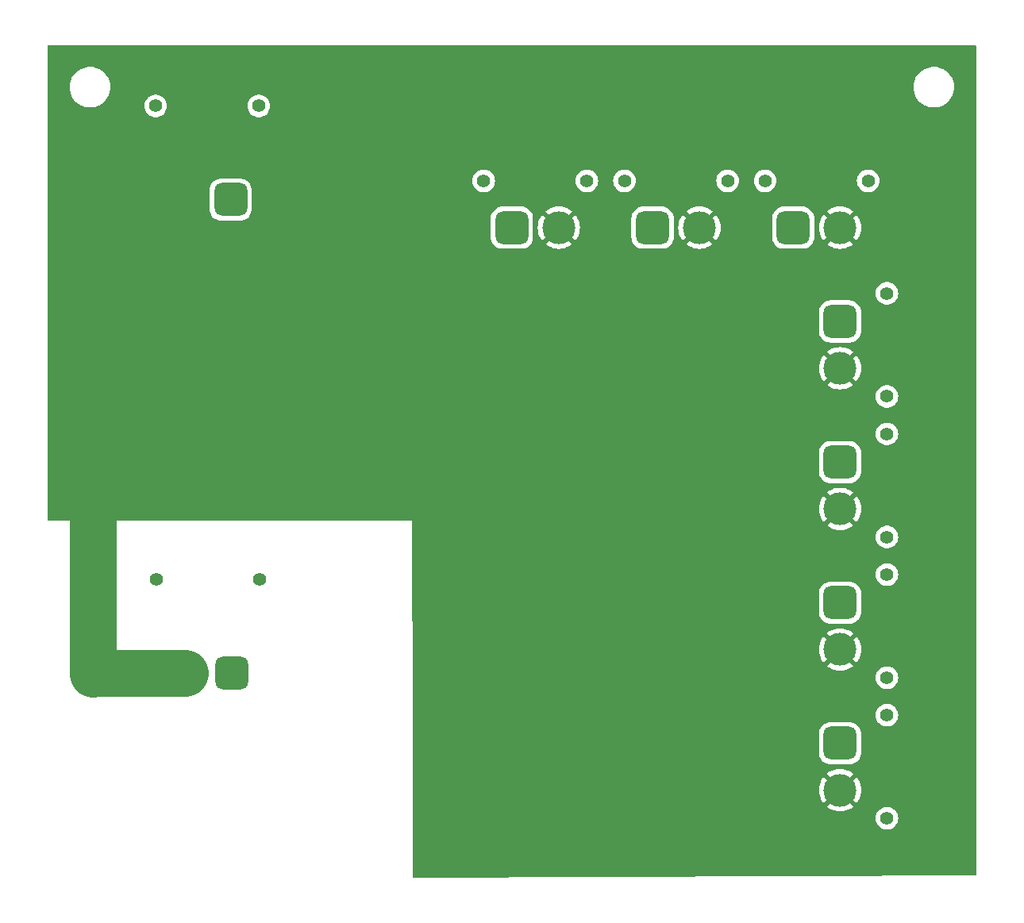
<source format=gbr>
%TF.GenerationSoftware,KiCad,Pcbnew,8.0.8-8.0.8-0~ubuntu24.04.1*%
%TF.CreationDate,2025-02-07T22:56:00+09:00*%
%TF.ProjectId,PowerDivider,506f7765-7244-4697-9669-6465722e6b69,rev?*%
%TF.SameCoordinates,Original*%
%TF.FileFunction,Copper,L1,Top*%
%TF.FilePolarity,Positive*%
%FSLAX46Y46*%
G04 Gerber Fmt 4.6, Leading zero omitted, Abs format (unit mm)*
G04 Created by KiCad (PCBNEW 8.0.8-8.0.8-0~ubuntu24.04.1) date 2025-02-07 22:56:00*
%MOMM*%
%LPD*%
G01*
G04 APERTURE LIST*
G04 Aperture macros list*
%AMRoundRect*
0 Rectangle with rounded corners*
0 $1 Rounding radius*
0 $2 $3 $4 $5 $6 $7 $8 $9 X,Y pos of 4 corners*
0 Add a 4 corners polygon primitive as box body*
4,1,4,$2,$3,$4,$5,$6,$7,$8,$9,$2,$3,0*
0 Add four circle primitives for the rounded corners*
1,1,$1+$1,$2,$3*
1,1,$1+$1,$4,$5*
1,1,$1+$1,$6,$7*
1,1,$1+$1,$8,$9*
0 Add four rect primitives between the rounded corners*
20,1,$1+$1,$2,$3,$4,$5,0*
20,1,$1+$1,$4,$5,$6,$7,0*
20,1,$1+$1,$6,$7,$8,$9,0*
20,1,$1+$1,$8,$9,$2,$3,0*%
G04 Aperture macros list end*
%TA.AperFunction,ComponentPad*%
%ADD10C,1.400000*%
%TD*%
%TA.AperFunction,ComponentPad*%
%ADD11RoundRect,0.770000X-0.980000X-0.980000X0.980000X-0.980000X0.980000X0.980000X-0.980000X0.980000X0*%
%TD*%
%TA.AperFunction,ComponentPad*%
%ADD12C,3.500000*%
%TD*%
%TA.AperFunction,ComponentPad*%
%ADD13RoundRect,0.770000X-0.980000X0.980000X-0.980000X-0.980000X0.980000X-0.980000X0.980000X0.980000X0*%
%TD*%
%TA.AperFunction,Conductor*%
%ADD14C,5.000000*%
%TD*%
G04 APERTURE END LIST*
D10*
%TO.P,J3,*%
%TO.N,*%
X162000000Y-65000000D03*
X173000000Y-65000000D03*
D11*
%TO.P,J3,1,Pin_1*%
%TO.N,GND*%
X165000000Y-70000000D03*
D12*
%TO.P,J3,2,Pin_2*%
%TO.N,HIGH*%
X170000000Y-70000000D03*
%TD*%
D10*
%TO.P,J2,*%
%TO.N,*%
X147000000Y-65000000D03*
X158000000Y-65000000D03*
D11*
%TO.P,J2,1,Pin_1*%
%TO.N,GND*%
X150000000Y-70000000D03*
D12*
%TO.P,J2,2,Pin_2*%
%TO.N,HIGH*%
X155000000Y-70000000D03*
%TD*%
D10*
%TO.P,J9,*%
%TO.N,*%
X112100000Y-107525000D03*
X123100000Y-107525000D03*
D11*
%TO.P,J9,1,Pin_1*%
%TO.N,GND*%
X120100000Y-117525000D03*
D12*
%TO.P,J9,2,Pin_2*%
%TO.N,HIGH*%
X115100000Y-117525000D03*
%TD*%
D10*
%TO.P,J7,*%
%TO.N,*%
X190000000Y-107000000D03*
X190000000Y-118000000D03*
D13*
%TO.P,J7,1,Pin_1*%
%TO.N,GND*%
X185000000Y-110000000D03*
D12*
%TO.P,J7,2,Pin_2*%
%TO.N,HIGH*%
X185000000Y-115000000D03*
%TD*%
D10*
%TO.P,J1,*%
%TO.N,*%
X112000000Y-57000000D03*
X123000000Y-57000000D03*
D11*
%TO.P,J1,1,Pin_1*%
%TO.N,GND*%
X120000000Y-67000000D03*
D12*
%TO.P,J1,2,Pin_2*%
%TO.N,HIGH*%
X115000000Y-67000000D03*
%TD*%
D10*
%TO.P,J8,*%
%TO.N,*%
X190000000Y-122000000D03*
X190000000Y-133000000D03*
D13*
%TO.P,J8,1,Pin_1*%
%TO.N,GND*%
X185000000Y-125000000D03*
D12*
%TO.P,J8,2,Pin_2*%
%TO.N,HIGH*%
X185000000Y-130000000D03*
%TD*%
D10*
%TO.P,J4,*%
%TO.N,*%
X177000000Y-65000000D03*
X188000000Y-65000000D03*
D11*
%TO.P,J4,1,Pin_1*%
%TO.N,GND*%
X180000000Y-70000000D03*
D12*
%TO.P,J4,2,Pin_2*%
%TO.N,HIGH*%
X185000000Y-70000000D03*
%TD*%
D10*
%TO.P,J5,*%
%TO.N,*%
X190000000Y-77000000D03*
X190000000Y-88000000D03*
D13*
%TO.P,J5,1,Pin_1*%
%TO.N,GND*%
X185000000Y-80000000D03*
D12*
%TO.P,J5,2,Pin_2*%
%TO.N,HIGH*%
X185000000Y-85000000D03*
%TD*%
D10*
%TO.P,J6,*%
%TO.N,*%
X190000000Y-92000000D03*
X190000000Y-103000000D03*
D13*
%TO.P,J6,1,Pin_1*%
%TO.N,GND*%
X185000000Y-95000000D03*
D12*
%TO.P,J6,2,Pin_2*%
%TO.N,HIGH*%
X185000000Y-100000000D03*
%TD*%
D14*
%TO.N,HIGH*%
X105500000Y-67000000D02*
X115000000Y-67000000D01*
X105325000Y-117525000D02*
X105300000Y-117550000D01*
X105300000Y-67200000D02*
X105500000Y-67000000D01*
X105300000Y-117550000D02*
X105300000Y-67200000D01*
X115100000Y-117525000D02*
X105325000Y-117525000D01*
%TD*%
%TA.AperFunction,Conductor*%
%TO.N,HIGH*%
G36*
X199499500Y-62181152D02*
G01*
X199499500Y-139009276D01*
X199479815Y-139076315D01*
X199427011Y-139122070D01*
X199375910Y-139133275D01*
X139574121Y-139330967D01*
X139507017Y-139311504D01*
X139461088Y-139258852D01*
X139449711Y-139207290D01*
X139449371Y-139076315D01*
X139433578Y-132999999D01*
X188794357Y-132999999D01*
X188794357Y-133000000D01*
X188814884Y-133221535D01*
X188814885Y-133221537D01*
X188875769Y-133435523D01*
X188875775Y-133435538D01*
X188974938Y-133634683D01*
X188974943Y-133634691D01*
X189109020Y-133812238D01*
X189273437Y-133962123D01*
X189273439Y-133962125D01*
X189462595Y-134079245D01*
X189462596Y-134079245D01*
X189462599Y-134079247D01*
X189670060Y-134159618D01*
X189888757Y-134200500D01*
X189888759Y-134200500D01*
X190111241Y-134200500D01*
X190111243Y-134200500D01*
X190329940Y-134159618D01*
X190537401Y-134079247D01*
X190726562Y-133962124D01*
X190890981Y-133812236D01*
X191025058Y-133634689D01*
X191124229Y-133435528D01*
X191185115Y-133221536D01*
X191205643Y-133000000D01*
X191185115Y-132778464D01*
X191124229Y-132564472D01*
X191124224Y-132564461D01*
X191025061Y-132365316D01*
X191025056Y-132365308D01*
X190890979Y-132187761D01*
X190726562Y-132037876D01*
X190726560Y-132037874D01*
X190537404Y-131920754D01*
X190537398Y-131920752D01*
X190329940Y-131840382D01*
X190111243Y-131799500D01*
X189888757Y-131799500D01*
X189670060Y-131840382D01*
X189538864Y-131891207D01*
X189462601Y-131920752D01*
X189462595Y-131920754D01*
X189273439Y-132037874D01*
X189273437Y-132037876D01*
X189109020Y-132187761D01*
X188974943Y-132365308D01*
X188974938Y-132365316D01*
X188875775Y-132564461D01*
X188875769Y-132564476D01*
X188814885Y-132778462D01*
X188814884Y-132778464D01*
X188794357Y-132999999D01*
X139433578Y-132999999D01*
X139425781Y-130000000D01*
X182745172Y-130000000D01*
X182764462Y-130294312D01*
X182764464Y-130294324D01*
X182822001Y-130583584D01*
X182822005Y-130583599D01*
X182916812Y-130862888D01*
X183047258Y-131127406D01*
X183047265Y-131127419D01*
X183211123Y-131372649D01*
X183240405Y-131406040D01*
X184173474Y-130472971D01*
X184262087Y-130605590D01*
X184394410Y-130737913D01*
X184527027Y-130826525D01*
X183593958Y-131759593D01*
X183627350Y-131788876D01*
X183872580Y-131952734D01*
X183872593Y-131952741D01*
X184137111Y-132083187D01*
X184416400Y-132177994D01*
X184416415Y-132177998D01*
X184705675Y-132235535D01*
X184705687Y-132235537D01*
X185000000Y-132254827D01*
X185294312Y-132235537D01*
X185294324Y-132235535D01*
X185583584Y-132177998D01*
X185583599Y-132177994D01*
X185862888Y-132083187D01*
X186127406Y-131952741D01*
X186127419Y-131952734D01*
X186372648Y-131788877D01*
X186406039Y-131759593D01*
X185472971Y-130826525D01*
X185605590Y-130737913D01*
X185737913Y-130605590D01*
X185826525Y-130472971D01*
X186759593Y-131406039D01*
X186788877Y-131372648D01*
X186952734Y-131127419D01*
X186952741Y-131127406D01*
X187083187Y-130862888D01*
X187177994Y-130583599D01*
X187177998Y-130583584D01*
X187235535Y-130294324D01*
X187235537Y-130294312D01*
X187254827Y-130000000D01*
X187235537Y-129705687D01*
X187235535Y-129705675D01*
X187177998Y-129416415D01*
X187177994Y-129416400D01*
X187083187Y-129137111D01*
X186952741Y-128872593D01*
X186952734Y-128872580D01*
X186788876Y-128627350D01*
X186759593Y-128593958D01*
X185826525Y-129527027D01*
X185737913Y-129394410D01*
X185605590Y-129262087D01*
X185472971Y-129173474D01*
X186406040Y-128240405D01*
X186372649Y-128211123D01*
X186127419Y-128047265D01*
X186127406Y-128047258D01*
X185862888Y-127916812D01*
X185583599Y-127822005D01*
X185583584Y-127822001D01*
X185294324Y-127764464D01*
X185294312Y-127764462D01*
X185000000Y-127745172D01*
X184705687Y-127764462D01*
X184705675Y-127764464D01*
X184416415Y-127822001D01*
X184416400Y-127822005D01*
X184137111Y-127916812D01*
X183872593Y-128047258D01*
X183872580Y-128047265D01*
X183627346Y-128211126D01*
X183627339Y-128211131D01*
X183593959Y-128240403D01*
X183593959Y-128240405D01*
X184527028Y-129173474D01*
X184394410Y-129262087D01*
X184262087Y-129394410D01*
X184173474Y-129527027D01*
X183240405Y-128593959D01*
X183240403Y-128593959D01*
X183211131Y-128627339D01*
X183211126Y-128627346D01*
X183047265Y-128872580D01*
X183047258Y-128872593D01*
X182916812Y-129137111D01*
X182822005Y-129416400D01*
X182822001Y-129416415D01*
X182764464Y-129705675D01*
X182764462Y-129705687D01*
X182745172Y-130000000D01*
X139425781Y-130000000D01*
X139410069Y-123954747D01*
X182749500Y-123954747D01*
X182749500Y-126045238D01*
X182749501Y-126045253D01*
X182760070Y-126179552D01*
X182815949Y-126401315D01*
X182910528Y-126609537D01*
X182910531Y-126609543D01*
X183040759Y-126797514D01*
X183040763Y-126797519D01*
X183040766Y-126797523D01*
X183202477Y-126959234D01*
X183202481Y-126959237D01*
X183202485Y-126959240D01*
X183390456Y-127089468D01*
X183390462Y-127089471D01*
X183390463Y-127089471D01*
X183390464Y-127089472D01*
X183598684Y-127184051D01*
X183820447Y-127239930D01*
X183954753Y-127250500D01*
X186045246Y-127250499D01*
X186179553Y-127239930D01*
X186401316Y-127184051D01*
X186609536Y-127089472D01*
X186609538Y-127089470D01*
X186609543Y-127089468D01*
X186797514Y-126959240D01*
X186797523Y-126959234D01*
X186959234Y-126797523D01*
X186987477Y-126756756D01*
X187089468Y-126609543D01*
X187089471Y-126609537D01*
X187089472Y-126609536D01*
X187184051Y-126401316D01*
X187239930Y-126179553D01*
X187250500Y-126045247D01*
X187250499Y-123954754D01*
X187239930Y-123820447D01*
X187184051Y-123598684D01*
X187089472Y-123390464D01*
X187089471Y-123390462D01*
X187089468Y-123390456D01*
X186959240Y-123202485D01*
X186959237Y-123202481D01*
X186959234Y-123202477D01*
X186797523Y-123040766D01*
X186797519Y-123040763D01*
X186797514Y-123040759D01*
X186609543Y-122910531D01*
X186609537Y-122910528D01*
X186505426Y-122863238D01*
X186401316Y-122815949D01*
X186179553Y-122760070D01*
X186045247Y-122749500D01*
X186045245Y-122749500D01*
X183954761Y-122749500D01*
X183954746Y-122749501D01*
X183820447Y-122760070D01*
X183598684Y-122815949D01*
X183390462Y-122910528D01*
X183390456Y-122910531D01*
X183202485Y-123040759D01*
X183202473Y-123040769D01*
X183040769Y-123202473D01*
X183040759Y-123202485D01*
X182910531Y-123390456D01*
X182910528Y-123390462D01*
X182815949Y-123598684D01*
X182760070Y-123820447D01*
X182749500Y-123954747D01*
X139410069Y-123954747D01*
X139404988Y-121999999D01*
X188794357Y-121999999D01*
X188794357Y-122000000D01*
X188814884Y-122221535D01*
X188814885Y-122221537D01*
X188875769Y-122435523D01*
X188875775Y-122435538D01*
X188974938Y-122634683D01*
X188974943Y-122634691D01*
X189109020Y-122812238D01*
X189273437Y-122962123D01*
X189273439Y-122962125D01*
X189462595Y-123079245D01*
X189462596Y-123079245D01*
X189462599Y-123079247D01*
X189670060Y-123159618D01*
X189888757Y-123200500D01*
X189888759Y-123200500D01*
X190111241Y-123200500D01*
X190111243Y-123200500D01*
X190329940Y-123159618D01*
X190537401Y-123079247D01*
X190726562Y-122962124D01*
X190890981Y-122812236D01*
X191025058Y-122634689D01*
X191124229Y-122435528D01*
X191185115Y-122221536D01*
X191205643Y-122000000D01*
X191185115Y-121778464D01*
X191124229Y-121564472D01*
X191124224Y-121564461D01*
X191025061Y-121365316D01*
X191025056Y-121365308D01*
X190890979Y-121187761D01*
X190726562Y-121037876D01*
X190726560Y-121037874D01*
X190537404Y-120920754D01*
X190537398Y-120920752D01*
X190329940Y-120840382D01*
X190111243Y-120799500D01*
X189888757Y-120799500D01*
X189670060Y-120840382D01*
X189538864Y-120891207D01*
X189462601Y-120920752D01*
X189462595Y-120920754D01*
X189273439Y-121037874D01*
X189273437Y-121037876D01*
X189109020Y-121187761D01*
X188974943Y-121365308D01*
X188974938Y-121365316D01*
X188875775Y-121564461D01*
X188875769Y-121564476D01*
X188814885Y-121778462D01*
X188814884Y-121778464D01*
X188794357Y-121999999D01*
X139404988Y-121999999D01*
X139394592Y-117999999D01*
X188794357Y-117999999D01*
X188794357Y-118000000D01*
X188814884Y-118221535D01*
X188814885Y-118221537D01*
X188875769Y-118435523D01*
X188875775Y-118435538D01*
X188974938Y-118634683D01*
X188974943Y-118634691D01*
X189109020Y-118812238D01*
X189273437Y-118962123D01*
X189273439Y-118962125D01*
X189462595Y-119079245D01*
X189462596Y-119079245D01*
X189462599Y-119079247D01*
X189670060Y-119159618D01*
X189888757Y-119200500D01*
X189888759Y-119200500D01*
X190111241Y-119200500D01*
X190111243Y-119200500D01*
X190329940Y-119159618D01*
X190537401Y-119079247D01*
X190726562Y-118962124D01*
X190890981Y-118812236D01*
X191025058Y-118634689D01*
X191057147Y-118570247D01*
X191124224Y-118435538D01*
X191124223Y-118435538D01*
X191124229Y-118435528D01*
X191185115Y-118221536D01*
X191205643Y-118000000D01*
X191185115Y-117778464D01*
X191124229Y-117564472D01*
X191124224Y-117564461D01*
X191025061Y-117365316D01*
X191025056Y-117365308D01*
X190890979Y-117187761D01*
X190726562Y-117037876D01*
X190726560Y-117037874D01*
X190537404Y-116920754D01*
X190537398Y-116920752D01*
X190329940Y-116840382D01*
X190111243Y-116799500D01*
X189888757Y-116799500D01*
X189670060Y-116840382D01*
X189538864Y-116891207D01*
X189462601Y-116920752D01*
X189462595Y-116920754D01*
X189273439Y-117037874D01*
X189273437Y-117037876D01*
X189109020Y-117187761D01*
X188974943Y-117365308D01*
X188974938Y-117365316D01*
X188875775Y-117564461D01*
X188875769Y-117564476D01*
X188814885Y-117778462D01*
X188814884Y-117778464D01*
X188794357Y-117999999D01*
X139394592Y-117999999D01*
X139386794Y-115000000D01*
X182745172Y-115000000D01*
X182764462Y-115294312D01*
X182764464Y-115294324D01*
X182822001Y-115583584D01*
X182822005Y-115583599D01*
X182916812Y-115862888D01*
X183047258Y-116127406D01*
X183047265Y-116127419D01*
X183211123Y-116372649D01*
X183240405Y-116406040D01*
X184173474Y-115472971D01*
X184262087Y-115605590D01*
X184394410Y-115737913D01*
X184527027Y-115826525D01*
X183593958Y-116759593D01*
X183627350Y-116788876D01*
X183872580Y-116952734D01*
X183872593Y-116952741D01*
X184137111Y-117083187D01*
X184416400Y-117177994D01*
X184416415Y-117177998D01*
X184705675Y-117235535D01*
X184705687Y-117235537D01*
X185000000Y-117254827D01*
X185294312Y-117235537D01*
X185294324Y-117235535D01*
X185583584Y-117177998D01*
X185583599Y-117177994D01*
X185862888Y-117083187D01*
X186127406Y-116952741D01*
X186127419Y-116952734D01*
X186372648Y-116788877D01*
X186406039Y-116759593D01*
X185472971Y-115826525D01*
X185605590Y-115737913D01*
X185737913Y-115605590D01*
X185826525Y-115472971D01*
X186759593Y-116406039D01*
X186788877Y-116372648D01*
X186952734Y-116127419D01*
X186952741Y-116127406D01*
X187083187Y-115862888D01*
X187177994Y-115583599D01*
X187177998Y-115583584D01*
X187235535Y-115294324D01*
X187235537Y-115294312D01*
X187254827Y-115000000D01*
X187235537Y-114705687D01*
X187235535Y-114705675D01*
X187177998Y-114416415D01*
X187177994Y-114416400D01*
X187083187Y-114137111D01*
X186952741Y-113872593D01*
X186952734Y-113872580D01*
X186788876Y-113627350D01*
X186759593Y-113593958D01*
X185826525Y-114527027D01*
X185737913Y-114394410D01*
X185605590Y-114262087D01*
X185472971Y-114173474D01*
X186406040Y-113240405D01*
X186372649Y-113211123D01*
X186127419Y-113047265D01*
X186127406Y-113047258D01*
X185862888Y-112916812D01*
X185583599Y-112822005D01*
X185583584Y-112822001D01*
X185294324Y-112764464D01*
X185294312Y-112764462D01*
X185000000Y-112745172D01*
X184705687Y-112764462D01*
X184705675Y-112764464D01*
X184416415Y-112822001D01*
X184416400Y-112822005D01*
X184137111Y-112916812D01*
X183872593Y-113047258D01*
X183872580Y-113047265D01*
X183627346Y-113211126D01*
X183627339Y-113211131D01*
X183593959Y-113240403D01*
X183593959Y-113240405D01*
X184527028Y-114173474D01*
X184394410Y-114262087D01*
X184262087Y-114394410D01*
X184173474Y-114527027D01*
X183240405Y-113593959D01*
X183240403Y-113593959D01*
X183211131Y-113627339D01*
X183211126Y-113627346D01*
X183047265Y-113872580D01*
X183047258Y-113872593D01*
X182916812Y-114137111D01*
X182822005Y-114416400D01*
X182822001Y-114416415D01*
X182764464Y-114705675D01*
X182764462Y-114705687D01*
X182745172Y-115000000D01*
X139386794Y-115000000D01*
X139371082Y-108954747D01*
X182749500Y-108954747D01*
X182749500Y-111045238D01*
X182749501Y-111045253D01*
X182760070Y-111179552D01*
X182815949Y-111401315D01*
X182910528Y-111609537D01*
X182910531Y-111609543D01*
X183040759Y-111797514D01*
X183040763Y-111797519D01*
X183040766Y-111797523D01*
X183202477Y-111959234D01*
X183202481Y-111959237D01*
X183202485Y-111959240D01*
X183390456Y-112089468D01*
X183390462Y-112089471D01*
X183390463Y-112089471D01*
X183390464Y-112089472D01*
X183598684Y-112184051D01*
X183820447Y-112239930D01*
X183954753Y-112250500D01*
X186045246Y-112250499D01*
X186179553Y-112239930D01*
X186401316Y-112184051D01*
X186609536Y-112089472D01*
X186609538Y-112089470D01*
X186609543Y-112089468D01*
X186797514Y-111959240D01*
X186797523Y-111959234D01*
X186959234Y-111797523D01*
X186987477Y-111756756D01*
X187089468Y-111609543D01*
X187089471Y-111609537D01*
X187089472Y-111609536D01*
X187184051Y-111401316D01*
X187239930Y-111179553D01*
X187250500Y-111045247D01*
X187250499Y-108954754D01*
X187239930Y-108820447D01*
X187184051Y-108598684D01*
X187089472Y-108390464D01*
X187089471Y-108390462D01*
X187089468Y-108390456D01*
X186959240Y-108202485D01*
X186959237Y-108202481D01*
X186959234Y-108202477D01*
X186797523Y-108040766D01*
X186797519Y-108040763D01*
X186797514Y-108040759D01*
X186609543Y-107910531D01*
X186609537Y-107910528D01*
X186505426Y-107863238D01*
X186401316Y-107815949D01*
X186179553Y-107760070D01*
X186045247Y-107749500D01*
X186045245Y-107749500D01*
X183954761Y-107749500D01*
X183954746Y-107749501D01*
X183820447Y-107760070D01*
X183598684Y-107815949D01*
X183390462Y-107910528D01*
X183390456Y-107910531D01*
X183202485Y-108040759D01*
X183202473Y-108040769D01*
X183040769Y-108202473D01*
X183040759Y-108202485D01*
X182910531Y-108390456D01*
X182910528Y-108390462D01*
X182815949Y-108598684D01*
X182760070Y-108820447D01*
X182749500Y-108954747D01*
X139371082Y-108954747D01*
X139366001Y-106999999D01*
X188794357Y-106999999D01*
X188794357Y-107000000D01*
X188814884Y-107221535D01*
X188814885Y-107221537D01*
X188875769Y-107435523D01*
X188875775Y-107435538D01*
X188974938Y-107634683D01*
X188974943Y-107634691D01*
X189109020Y-107812238D01*
X189273437Y-107962123D01*
X189273439Y-107962125D01*
X189462595Y-108079245D01*
X189462596Y-108079245D01*
X189462599Y-108079247D01*
X189670060Y-108159618D01*
X189888757Y-108200500D01*
X189888759Y-108200500D01*
X190111241Y-108200500D01*
X190111243Y-108200500D01*
X190329940Y-108159618D01*
X190537401Y-108079247D01*
X190726562Y-107962124D01*
X190890981Y-107812236D01*
X191025058Y-107634689D01*
X191124229Y-107435528D01*
X191185115Y-107221536D01*
X191205643Y-107000000D01*
X191185115Y-106778464D01*
X191124229Y-106564472D01*
X191124224Y-106564461D01*
X191025061Y-106365316D01*
X191025056Y-106365308D01*
X190890979Y-106187761D01*
X190726562Y-106037876D01*
X190726560Y-106037874D01*
X190537404Y-105920754D01*
X190537398Y-105920752D01*
X190329940Y-105840382D01*
X190111243Y-105799500D01*
X189888757Y-105799500D01*
X189670060Y-105840382D01*
X189538864Y-105891207D01*
X189462601Y-105920752D01*
X189462595Y-105920754D01*
X189273439Y-106037874D01*
X189273437Y-106037876D01*
X189109020Y-106187761D01*
X188974943Y-106365308D01*
X188974938Y-106365316D01*
X188875775Y-106564461D01*
X188875769Y-106564476D01*
X188814885Y-106778462D01*
X188814884Y-106778464D01*
X188794357Y-106999999D01*
X139366001Y-106999999D01*
X139355605Y-102999999D01*
X188794357Y-102999999D01*
X188794357Y-103000000D01*
X188814884Y-103221535D01*
X188814885Y-103221537D01*
X188875769Y-103435523D01*
X188875775Y-103435538D01*
X188974938Y-103634683D01*
X188974943Y-103634691D01*
X189109020Y-103812238D01*
X189273437Y-103962123D01*
X189273439Y-103962125D01*
X189462595Y-104079245D01*
X189462596Y-104079245D01*
X189462599Y-104079247D01*
X189670060Y-104159618D01*
X189888757Y-104200500D01*
X189888759Y-104200500D01*
X190111241Y-104200500D01*
X190111243Y-104200500D01*
X190329940Y-104159618D01*
X190537401Y-104079247D01*
X190726562Y-103962124D01*
X190890981Y-103812236D01*
X191025058Y-103634689D01*
X191124229Y-103435528D01*
X191185115Y-103221536D01*
X191205643Y-103000000D01*
X191185115Y-102778464D01*
X191124229Y-102564472D01*
X191124224Y-102564461D01*
X191025061Y-102365316D01*
X191025056Y-102365308D01*
X190890979Y-102187761D01*
X190726562Y-102037876D01*
X190726560Y-102037874D01*
X190537404Y-101920754D01*
X190537398Y-101920752D01*
X190329940Y-101840382D01*
X190111243Y-101799500D01*
X189888757Y-101799500D01*
X189670060Y-101840382D01*
X189538864Y-101891207D01*
X189462601Y-101920752D01*
X189462595Y-101920754D01*
X189273439Y-102037874D01*
X189273437Y-102037876D01*
X189109020Y-102187761D01*
X188974943Y-102365308D01*
X188974938Y-102365316D01*
X188875775Y-102564461D01*
X188875769Y-102564476D01*
X188814885Y-102778462D01*
X188814884Y-102778464D01*
X188794357Y-102999999D01*
X139355605Y-102999999D01*
X139347808Y-100000000D01*
X182745172Y-100000000D01*
X182764462Y-100294312D01*
X182764464Y-100294324D01*
X182822001Y-100583584D01*
X182822005Y-100583599D01*
X182916812Y-100862888D01*
X183047258Y-101127406D01*
X183047265Y-101127419D01*
X183211123Y-101372649D01*
X183240405Y-101406040D01*
X184173474Y-100472971D01*
X184262087Y-100605590D01*
X184394410Y-100737913D01*
X184527027Y-100826525D01*
X183593958Y-101759593D01*
X183627350Y-101788876D01*
X183872580Y-101952734D01*
X183872593Y-101952741D01*
X184137111Y-102083187D01*
X184416400Y-102177994D01*
X184416415Y-102177998D01*
X184705675Y-102235535D01*
X184705687Y-102235537D01*
X185000000Y-102254827D01*
X185294312Y-102235537D01*
X185294324Y-102235535D01*
X185583584Y-102177998D01*
X185583599Y-102177994D01*
X185862888Y-102083187D01*
X186127406Y-101952741D01*
X186127419Y-101952734D01*
X186372648Y-101788877D01*
X186406039Y-101759593D01*
X185472971Y-100826525D01*
X185605590Y-100737913D01*
X185737913Y-100605590D01*
X185826525Y-100472971D01*
X186759593Y-101406039D01*
X186788877Y-101372648D01*
X186952734Y-101127419D01*
X186952741Y-101127406D01*
X187083187Y-100862888D01*
X187177994Y-100583599D01*
X187177998Y-100583584D01*
X187235535Y-100294324D01*
X187235537Y-100294312D01*
X187254827Y-100000000D01*
X187235537Y-99705687D01*
X187235535Y-99705675D01*
X187177998Y-99416415D01*
X187177994Y-99416400D01*
X187083187Y-99137111D01*
X186952741Y-98872593D01*
X186952734Y-98872580D01*
X186788876Y-98627350D01*
X186759593Y-98593958D01*
X185826525Y-99527027D01*
X185737913Y-99394410D01*
X185605590Y-99262087D01*
X185472971Y-99173474D01*
X186406040Y-98240405D01*
X186372649Y-98211123D01*
X186127419Y-98047265D01*
X186127406Y-98047258D01*
X185862888Y-97916812D01*
X185583599Y-97822005D01*
X185583584Y-97822001D01*
X185294324Y-97764464D01*
X185294312Y-97764462D01*
X185000000Y-97745172D01*
X184705687Y-97764462D01*
X184705675Y-97764464D01*
X184416415Y-97822001D01*
X184416400Y-97822005D01*
X184137111Y-97916812D01*
X183872593Y-98047258D01*
X183872580Y-98047265D01*
X183627346Y-98211126D01*
X183627339Y-98211131D01*
X183593959Y-98240403D01*
X183593959Y-98240405D01*
X184527028Y-99173474D01*
X184394410Y-99262087D01*
X184262087Y-99394410D01*
X184173474Y-99527027D01*
X183240405Y-98593959D01*
X183240403Y-98593959D01*
X183211131Y-98627339D01*
X183211126Y-98627346D01*
X183047265Y-98872580D01*
X183047258Y-98872593D01*
X182916812Y-99137111D01*
X182822005Y-99416400D01*
X182822001Y-99416415D01*
X182764464Y-99705675D01*
X182764462Y-99705687D01*
X182745172Y-100000000D01*
X139347808Y-100000000D01*
X139332096Y-93954747D01*
X182749500Y-93954747D01*
X182749500Y-96045238D01*
X182749501Y-96045253D01*
X182760070Y-96179552D01*
X182815949Y-96401315D01*
X182910528Y-96609537D01*
X182910531Y-96609543D01*
X183040759Y-96797514D01*
X183040763Y-96797519D01*
X183040766Y-96797523D01*
X183202477Y-96959234D01*
X183202481Y-96959237D01*
X183202485Y-96959240D01*
X183390456Y-97089468D01*
X183390462Y-97089471D01*
X183390463Y-97089471D01*
X183390464Y-97089472D01*
X183598684Y-97184051D01*
X183820447Y-97239930D01*
X183954753Y-97250500D01*
X186045246Y-97250499D01*
X186179553Y-97239930D01*
X186401316Y-97184051D01*
X186609536Y-97089472D01*
X186609538Y-97089470D01*
X186609543Y-97089468D01*
X186797514Y-96959240D01*
X186797523Y-96959234D01*
X186959234Y-96797523D01*
X186987477Y-96756756D01*
X187089468Y-96609543D01*
X187089471Y-96609537D01*
X187089472Y-96609536D01*
X187184051Y-96401316D01*
X187239930Y-96179553D01*
X187250500Y-96045247D01*
X187250499Y-93954754D01*
X187239930Y-93820447D01*
X187184051Y-93598684D01*
X187089472Y-93390464D01*
X187089471Y-93390462D01*
X187089468Y-93390456D01*
X186959240Y-93202485D01*
X186959237Y-93202481D01*
X186959234Y-93202477D01*
X186797523Y-93040766D01*
X186797519Y-93040763D01*
X186797514Y-93040759D01*
X186609543Y-92910531D01*
X186609537Y-92910528D01*
X186505426Y-92863238D01*
X186401316Y-92815949D01*
X186179553Y-92760070D01*
X186045247Y-92749500D01*
X186045245Y-92749500D01*
X183954761Y-92749500D01*
X183954746Y-92749501D01*
X183820447Y-92760070D01*
X183598684Y-92815949D01*
X183390462Y-92910528D01*
X183390456Y-92910531D01*
X183202485Y-93040759D01*
X183202473Y-93040769D01*
X183040769Y-93202473D01*
X183040759Y-93202485D01*
X182910531Y-93390456D01*
X182910528Y-93390462D01*
X182815949Y-93598684D01*
X182760070Y-93820447D01*
X182749500Y-93954747D01*
X139332096Y-93954747D01*
X139327015Y-91999999D01*
X188794357Y-91999999D01*
X188794357Y-92000000D01*
X188814884Y-92221535D01*
X188814885Y-92221537D01*
X188875769Y-92435523D01*
X188875775Y-92435538D01*
X188974938Y-92634683D01*
X188974943Y-92634691D01*
X189109020Y-92812238D01*
X189273437Y-92962123D01*
X189273439Y-92962125D01*
X189462595Y-93079245D01*
X189462596Y-93079245D01*
X189462599Y-93079247D01*
X189670060Y-93159618D01*
X189888757Y-93200500D01*
X189888759Y-93200500D01*
X190111241Y-93200500D01*
X190111243Y-93200500D01*
X190329940Y-93159618D01*
X190537401Y-93079247D01*
X190726562Y-92962124D01*
X190890981Y-92812236D01*
X191025058Y-92634689D01*
X191124229Y-92435528D01*
X191185115Y-92221536D01*
X191205643Y-92000000D01*
X191185115Y-91778464D01*
X191124229Y-91564472D01*
X191124224Y-91564461D01*
X191025061Y-91365316D01*
X191025056Y-91365308D01*
X190890979Y-91187761D01*
X190726562Y-91037876D01*
X190726560Y-91037874D01*
X190537404Y-90920754D01*
X190537398Y-90920752D01*
X190329940Y-90840382D01*
X190111243Y-90799500D01*
X189888757Y-90799500D01*
X189670060Y-90840382D01*
X189538864Y-90891207D01*
X189462601Y-90920752D01*
X189462595Y-90920754D01*
X189273439Y-91037874D01*
X189273437Y-91037876D01*
X189109020Y-91187761D01*
X188974943Y-91365308D01*
X188974938Y-91365316D01*
X188875775Y-91564461D01*
X188875769Y-91564476D01*
X188814885Y-91778462D01*
X188814884Y-91778464D01*
X188794357Y-91999999D01*
X139327015Y-91999999D01*
X139316619Y-87999999D01*
X188794357Y-87999999D01*
X188794357Y-88000000D01*
X188814884Y-88221535D01*
X188814885Y-88221537D01*
X188875769Y-88435523D01*
X188875775Y-88435538D01*
X188974938Y-88634683D01*
X188974943Y-88634691D01*
X189109020Y-88812238D01*
X189273437Y-88962123D01*
X189273439Y-88962125D01*
X189462595Y-89079245D01*
X189462596Y-89079245D01*
X189462599Y-89079247D01*
X189670060Y-89159618D01*
X189888757Y-89200500D01*
X189888759Y-89200500D01*
X190111241Y-89200500D01*
X190111243Y-89200500D01*
X190329940Y-89159618D01*
X190537401Y-89079247D01*
X190726562Y-88962124D01*
X190890981Y-88812236D01*
X191025058Y-88634689D01*
X191124229Y-88435528D01*
X191185115Y-88221536D01*
X191205643Y-88000000D01*
X191185115Y-87778464D01*
X191124229Y-87564472D01*
X191124224Y-87564461D01*
X191025061Y-87365316D01*
X191025056Y-87365308D01*
X190890979Y-87187761D01*
X190726562Y-87037876D01*
X190726560Y-87037874D01*
X190537404Y-86920754D01*
X190537398Y-86920752D01*
X190329940Y-86840382D01*
X190111243Y-86799500D01*
X189888757Y-86799500D01*
X189670060Y-86840382D01*
X189538864Y-86891207D01*
X189462601Y-86920752D01*
X189462595Y-86920754D01*
X189273439Y-87037874D01*
X189273437Y-87037876D01*
X189109020Y-87187761D01*
X188974943Y-87365308D01*
X188974938Y-87365316D01*
X188875775Y-87564461D01*
X188875769Y-87564476D01*
X188814885Y-87778462D01*
X188814884Y-87778464D01*
X188794357Y-87999999D01*
X139316619Y-87999999D01*
X139308822Y-85000000D01*
X182745172Y-85000000D01*
X182764462Y-85294312D01*
X182764464Y-85294324D01*
X182822001Y-85583584D01*
X182822005Y-85583599D01*
X182916812Y-85862888D01*
X183047258Y-86127406D01*
X183047265Y-86127419D01*
X183211123Y-86372649D01*
X183240405Y-86406040D01*
X184173474Y-85472971D01*
X184262087Y-85605590D01*
X184394410Y-85737913D01*
X184527027Y-85826525D01*
X183593958Y-86759593D01*
X183627350Y-86788876D01*
X183872580Y-86952734D01*
X183872593Y-86952741D01*
X184137111Y-87083187D01*
X184416400Y-87177994D01*
X184416415Y-87177998D01*
X184705675Y-87235535D01*
X184705687Y-87235537D01*
X185000000Y-87254827D01*
X185294312Y-87235537D01*
X185294324Y-87235535D01*
X185583584Y-87177998D01*
X185583599Y-87177994D01*
X185862888Y-87083187D01*
X186127406Y-86952741D01*
X186127419Y-86952734D01*
X186372648Y-86788877D01*
X186406039Y-86759593D01*
X185472971Y-85826525D01*
X185605590Y-85737913D01*
X185737913Y-85605590D01*
X185826525Y-85472971D01*
X186759593Y-86406039D01*
X186788877Y-86372648D01*
X186952734Y-86127419D01*
X186952741Y-86127406D01*
X187083187Y-85862888D01*
X187177994Y-85583599D01*
X187177998Y-85583584D01*
X187235535Y-85294324D01*
X187235537Y-85294312D01*
X187254827Y-85000000D01*
X187235537Y-84705687D01*
X187235535Y-84705675D01*
X187177998Y-84416415D01*
X187177994Y-84416400D01*
X187083187Y-84137111D01*
X186952741Y-83872593D01*
X186952734Y-83872580D01*
X186788876Y-83627350D01*
X186759593Y-83593958D01*
X185826525Y-84527027D01*
X185737913Y-84394410D01*
X185605590Y-84262087D01*
X185472971Y-84173474D01*
X186406040Y-83240405D01*
X186372649Y-83211123D01*
X186127419Y-83047265D01*
X186127406Y-83047258D01*
X185862888Y-82916812D01*
X185583599Y-82822005D01*
X185583584Y-82822001D01*
X185294324Y-82764464D01*
X185294312Y-82764462D01*
X185000000Y-82745172D01*
X184705687Y-82764462D01*
X184705675Y-82764464D01*
X184416415Y-82822001D01*
X184416400Y-82822005D01*
X184137111Y-82916812D01*
X183872593Y-83047258D01*
X183872580Y-83047265D01*
X183627346Y-83211126D01*
X183627339Y-83211131D01*
X183593959Y-83240403D01*
X183593959Y-83240405D01*
X184527028Y-84173474D01*
X184394410Y-84262087D01*
X184262087Y-84394410D01*
X184173474Y-84527027D01*
X183240405Y-83593959D01*
X183240403Y-83593959D01*
X183211131Y-83627339D01*
X183211126Y-83627346D01*
X183047265Y-83872580D01*
X183047258Y-83872593D01*
X182916812Y-84137111D01*
X182822005Y-84416400D01*
X182822001Y-84416415D01*
X182764464Y-84705675D01*
X182764462Y-84705687D01*
X182745172Y-85000000D01*
X139308822Y-85000000D01*
X139293110Y-78954747D01*
X182749500Y-78954747D01*
X182749500Y-81045238D01*
X182749501Y-81045253D01*
X182760070Y-81179552D01*
X182815949Y-81401315D01*
X182910528Y-81609537D01*
X182910531Y-81609543D01*
X183040759Y-81797514D01*
X183040763Y-81797519D01*
X183040766Y-81797523D01*
X183202477Y-81959234D01*
X183202481Y-81959237D01*
X183202485Y-81959240D01*
X183390456Y-82089468D01*
X183390462Y-82089471D01*
X183390463Y-82089471D01*
X183390464Y-82089472D01*
X183598684Y-82184051D01*
X183820447Y-82239930D01*
X183954753Y-82250500D01*
X186045246Y-82250499D01*
X186179553Y-82239930D01*
X186401316Y-82184051D01*
X186609536Y-82089472D01*
X186609538Y-82089470D01*
X186609543Y-82089468D01*
X186797514Y-81959240D01*
X186797523Y-81959234D01*
X186959234Y-81797523D01*
X186987477Y-81756756D01*
X187089468Y-81609543D01*
X187089471Y-81609537D01*
X187089472Y-81609536D01*
X187184051Y-81401316D01*
X187239930Y-81179553D01*
X187250500Y-81045247D01*
X187250499Y-78954754D01*
X187239930Y-78820447D01*
X187184051Y-78598684D01*
X187089472Y-78390464D01*
X187089471Y-78390462D01*
X187089468Y-78390456D01*
X186959240Y-78202485D01*
X186959237Y-78202481D01*
X186959234Y-78202477D01*
X186797523Y-78040766D01*
X186797519Y-78040763D01*
X186797514Y-78040759D01*
X186609543Y-77910531D01*
X186609537Y-77910528D01*
X186505426Y-77863238D01*
X186401316Y-77815949D01*
X186179553Y-77760070D01*
X186045247Y-77749500D01*
X186045245Y-77749500D01*
X183954761Y-77749500D01*
X183954746Y-77749501D01*
X183820447Y-77760070D01*
X183598684Y-77815949D01*
X183390462Y-77910528D01*
X183390456Y-77910531D01*
X183202485Y-78040759D01*
X183202473Y-78040769D01*
X183040769Y-78202473D01*
X183040759Y-78202485D01*
X182910531Y-78390456D01*
X182910528Y-78390462D01*
X182815949Y-78598684D01*
X182760070Y-78820447D01*
X182749500Y-78954747D01*
X139293110Y-78954747D01*
X139288029Y-76999999D01*
X188794357Y-76999999D01*
X188794357Y-77000000D01*
X188814884Y-77221535D01*
X188814885Y-77221537D01*
X188875769Y-77435523D01*
X188875775Y-77435538D01*
X188974938Y-77634683D01*
X188974943Y-77634691D01*
X189109020Y-77812238D01*
X189273437Y-77962123D01*
X189273439Y-77962125D01*
X189462595Y-78079245D01*
X189462596Y-78079245D01*
X189462599Y-78079247D01*
X189670060Y-78159618D01*
X189888757Y-78200500D01*
X189888759Y-78200500D01*
X190111241Y-78200500D01*
X190111243Y-78200500D01*
X190329940Y-78159618D01*
X190537401Y-78079247D01*
X190726562Y-77962124D01*
X190890981Y-77812236D01*
X191025058Y-77634689D01*
X191124229Y-77435528D01*
X191185115Y-77221536D01*
X191205643Y-77000000D01*
X191185115Y-76778464D01*
X191124229Y-76564472D01*
X191124224Y-76564461D01*
X191025061Y-76365316D01*
X191025056Y-76365308D01*
X190890979Y-76187761D01*
X190726562Y-76037876D01*
X190726560Y-76037874D01*
X190537404Y-75920754D01*
X190537398Y-75920752D01*
X190329940Y-75840382D01*
X190111243Y-75799500D01*
X189888757Y-75799500D01*
X189670060Y-75840382D01*
X189538864Y-75891207D01*
X189462601Y-75920752D01*
X189462595Y-75920754D01*
X189273439Y-76037874D01*
X189273437Y-76037876D01*
X189109020Y-76187761D01*
X188974943Y-76365308D01*
X188974938Y-76365316D01*
X188875775Y-76564461D01*
X188875769Y-76564476D01*
X188814885Y-76778462D01*
X188814884Y-76778464D01*
X188794357Y-76999999D01*
X139288029Y-76999999D01*
X139267119Y-68954747D01*
X147749500Y-68954747D01*
X147749500Y-71045238D01*
X147749501Y-71045253D01*
X147755966Y-71127406D01*
X147760070Y-71179553D01*
X147815949Y-71401316D01*
X147818095Y-71406040D01*
X147910528Y-71609537D01*
X147910531Y-71609543D01*
X148040759Y-71797514D01*
X148040763Y-71797519D01*
X148040766Y-71797523D01*
X148202477Y-71959234D01*
X148202481Y-71959237D01*
X148202485Y-71959240D01*
X148390456Y-72089468D01*
X148390462Y-72089471D01*
X148390463Y-72089471D01*
X148390464Y-72089472D01*
X148598684Y-72184051D01*
X148820447Y-72239930D01*
X148954753Y-72250500D01*
X151045246Y-72250499D01*
X151179553Y-72239930D01*
X151401316Y-72184051D01*
X151609536Y-72089472D01*
X151609538Y-72089470D01*
X151609543Y-72089468D01*
X151797514Y-71959240D01*
X151797523Y-71959234D01*
X151959234Y-71797523D01*
X151987477Y-71756756D01*
X152089468Y-71609543D01*
X152089471Y-71609537D01*
X152089472Y-71609536D01*
X152184051Y-71401316D01*
X152239930Y-71179553D01*
X152250500Y-71045247D01*
X152250499Y-70000000D01*
X152745172Y-70000000D01*
X152764462Y-70294312D01*
X152764464Y-70294324D01*
X152822001Y-70583584D01*
X152822005Y-70583599D01*
X152916812Y-70862888D01*
X153047258Y-71127406D01*
X153047265Y-71127419D01*
X153211123Y-71372649D01*
X153240405Y-71406040D01*
X154173474Y-70472971D01*
X154262087Y-70605590D01*
X154394410Y-70737913D01*
X154527027Y-70826525D01*
X153593958Y-71759593D01*
X153627350Y-71788876D01*
X153872580Y-71952734D01*
X153872593Y-71952741D01*
X154137111Y-72083187D01*
X154416400Y-72177994D01*
X154416415Y-72177998D01*
X154705675Y-72235535D01*
X154705687Y-72235537D01*
X155000000Y-72254827D01*
X155294312Y-72235537D01*
X155294324Y-72235535D01*
X155583584Y-72177998D01*
X155583599Y-72177994D01*
X155862888Y-72083187D01*
X156127406Y-71952741D01*
X156127419Y-71952734D01*
X156372648Y-71788877D01*
X156406039Y-71759593D01*
X155472971Y-70826525D01*
X155605590Y-70737913D01*
X155737913Y-70605590D01*
X155826525Y-70472971D01*
X156759593Y-71406039D01*
X156788877Y-71372648D01*
X156952734Y-71127419D01*
X156952741Y-71127406D01*
X157083187Y-70862888D01*
X157177994Y-70583599D01*
X157177998Y-70583584D01*
X157235535Y-70294324D01*
X157235537Y-70294312D01*
X157254827Y-70000000D01*
X157235537Y-69705687D01*
X157235535Y-69705675D01*
X157177998Y-69416415D01*
X157177994Y-69416400D01*
X157083187Y-69137111D01*
X156993255Y-68954747D01*
X162749500Y-68954747D01*
X162749500Y-71045238D01*
X162749501Y-71045253D01*
X162755966Y-71127406D01*
X162760070Y-71179553D01*
X162815949Y-71401316D01*
X162818095Y-71406040D01*
X162910528Y-71609537D01*
X162910531Y-71609543D01*
X163040759Y-71797514D01*
X163040763Y-71797519D01*
X163040766Y-71797523D01*
X163202477Y-71959234D01*
X163202481Y-71959237D01*
X163202485Y-71959240D01*
X163390456Y-72089468D01*
X163390462Y-72089471D01*
X163390463Y-72089471D01*
X163390464Y-72089472D01*
X163598684Y-72184051D01*
X163820447Y-72239930D01*
X163954753Y-72250500D01*
X166045246Y-72250499D01*
X166179553Y-72239930D01*
X166401316Y-72184051D01*
X166609536Y-72089472D01*
X166609538Y-72089470D01*
X166609543Y-72089468D01*
X166797514Y-71959240D01*
X166797523Y-71959234D01*
X166959234Y-71797523D01*
X166987477Y-71756756D01*
X167089468Y-71609543D01*
X167089471Y-71609537D01*
X167089472Y-71609536D01*
X167184051Y-71401316D01*
X167239930Y-71179553D01*
X167250500Y-71045247D01*
X167250499Y-70000000D01*
X167745172Y-70000000D01*
X167764462Y-70294312D01*
X167764464Y-70294324D01*
X167822001Y-70583584D01*
X167822005Y-70583599D01*
X167916812Y-70862888D01*
X168047258Y-71127406D01*
X168047265Y-71127419D01*
X168211123Y-71372649D01*
X168240405Y-71406040D01*
X169173474Y-70472971D01*
X169262087Y-70605590D01*
X169394410Y-70737913D01*
X169527027Y-70826525D01*
X168593958Y-71759593D01*
X168627350Y-71788876D01*
X168872580Y-71952734D01*
X168872593Y-71952741D01*
X169137111Y-72083187D01*
X169416400Y-72177994D01*
X169416415Y-72177998D01*
X169705675Y-72235535D01*
X169705687Y-72235537D01*
X170000000Y-72254827D01*
X170294312Y-72235537D01*
X170294324Y-72235535D01*
X170583584Y-72177998D01*
X170583599Y-72177994D01*
X170862888Y-72083187D01*
X171127406Y-71952741D01*
X171127419Y-71952734D01*
X171372648Y-71788877D01*
X171406039Y-71759593D01*
X170472971Y-70826525D01*
X170605590Y-70737913D01*
X170737913Y-70605590D01*
X170826525Y-70472971D01*
X171759593Y-71406039D01*
X171788877Y-71372648D01*
X171952734Y-71127419D01*
X171952741Y-71127406D01*
X172083187Y-70862888D01*
X172177994Y-70583599D01*
X172177998Y-70583584D01*
X172235535Y-70294324D01*
X172235537Y-70294312D01*
X172254827Y-70000000D01*
X172235537Y-69705687D01*
X172235535Y-69705675D01*
X172177998Y-69416415D01*
X172177994Y-69416400D01*
X172083187Y-69137111D01*
X171993255Y-68954747D01*
X177749500Y-68954747D01*
X177749500Y-71045238D01*
X177749501Y-71045253D01*
X177755966Y-71127406D01*
X177760070Y-71179553D01*
X177815949Y-71401316D01*
X177818095Y-71406040D01*
X177910528Y-71609537D01*
X177910531Y-71609543D01*
X178040759Y-71797514D01*
X178040763Y-71797519D01*
X178040766Y-71797523D01*
X178202477Y-71959234D01*
X178202481Y-71959237D01*
X178202485Y-71959240D01*
X178390456Y-72089468D01*
X178390462Y-72089471D01*
X178390463Y-72089471D01*
X178390464Y-72089472D01*
X178598684Y-72184051D01*
X178820447Y-72239930D01*
X178954753Y-72250500D01*
X181045246Y-72250499D01*
X181179553Y-72239930D01*
X181401316Y-72184051D01*
X181609536Y-72089472D01*
X181609538Y-72089470D01*
X181609543Y-72089468D01*
X181797514Y-71959240D01*
X181797523Y-71959234D01*
X181959234Y-71797523D01*
X181987477Y-71756756D01*
X182089468Y-71609543D01*
X182089471Y-71609537D01*
X182089472Y-71609536D01*
X182184051Y-71401316D01*
X182239930Y-71179553D01*
X182250500Y-71045247D01*
X182250499Y-70000000D01*
X182745172Y-70000000D01*
X182764462Y-70294312D01*
X182764464Y-70294324D01*
X182822001Y-70583584D01*
X182822005Y-70583599D01*
X182916812Y-70862888D01*
X183047258Y-71127406D01*
X183047265Y-71127419D01*
X183211123Y-71372649D01*
X183240405Y-71406040D01*
X184173474Y-70472971D01*
X184262087Y-70605590D01*
X184394410Y-70737913D01*
X184527027Y-70826525D01*
X183593958Y-71759593D01*
X183627350Y-71788876D01*
X183872580Y-71952734D01*
X183872593Y-71952741D01*
X184137111Y-72083187D01*
X184416400Y-72177994D01*
X184416415Y-72177998D01*
X184705675Y-72235535D01*
X184705687Y-72235537D01*
X185000000Y-72254827D01*
X185294312Y-72235537D01*
X185294324Y-72235535D01*
X185583584Y-72177998D01*
X185583599Y-72177994D01*
X185862888Y-72083187D01*
X186127406Y-71952741D01*
X186127419Y-71952734D01*
X186372648Y-71788877D01*
X186406039Y-71759593D01*
X185472971Y-70826525D01*
X185605590Y-70737913D01*
X185737913Y-70605590D01*
X185826525Y-70472971D01*
X186759593Y-71406039D01*
X186788877Y-71372648D01*
X186952734Y-71127419D01*
X186952741Y-71127406D01*
X187083187Y-70862888D01*
X187177994Y-70583599D01*
X187177998Y-70583584D01*
X187235535Y-70294324D01*
X187235537Y-70294312D01*
X187254827Y-70000000D01*
X187235537Y-69705687D01*
X187235535Y-69705675D01*
X187177998Y-69416415D01*
X187177994Y-69416400D01*
X187083187Y-69137111D01*
X186952741Y-68872593D01*
X186952734Y-68872580D01*
X186788876Y-68627350D01*
X186759593Y-68593958D01*
X185826525Y-69527027D01*
X185737913Y-69394410D01*
X185605590Y-69262087D01*
X185472971Y-69173474D01*
X186406040Y-68240405D01*
X186372649Y-68211123D01*
X186127419Y-68047265D01*
X186127406Y-68047258D01*
X185862888Y-67916812D01*
X185583599Y-67822005D01*
X185583584Y-67822001D01*
X185294324Y-67764464D01*
X185294312Y-67764462D01*
X185000000Y-67745172D01*
X184705687Y-67764462D01*
X184705675Y-67764464D01*
X184416415Y-67822001D01*
X184416400Y-67822005D01*
X184137111Y-67916812D01*
X183872593Y-68047258D01*
X183872580Y-68047265D01*
X183627346Y-68211126D01*
X183627339Y-68211131D01*
X183593959Y-68240403D01*
X183593959Y-68240405D01*
X184527028Y-69173474D01*
X184394410Y-69262087D01*
X184262087Y-69394410D01*
X184173474Y-69527027D01*
X183240405Y-68593959D01*
X183240403Y-68593959D01*
X183211131Y-68627339D01*
X183211126Y-68627346D01*
X183047265Y-68872580D01*
X183047258Y-68872593D01*
X182916812Y-69137111D01*
X182822005Y-69416400D01*
X182822001Y-69416415D01*
X182764464Y-69705675D01*
X182764462Y-69705687D01*
X182745172Y-70000000D01*
X182250499Y-70000000D01*
X182250499Y-68954754D01*
X182239930Y-68820447D01*
X182184051Y-68598684D01*
X182089472Y-68390464D01*
X182089471Y-68390462D01*
X182089468Y-68390456D01*
X181959240Y-68202485D01*
X181959237Y-68202481D01*
X181959234Y-68202477D01*
X181797523Y-68040766D01*
X181797519Y-68040763D01*
X181797514Y-68040759D01*
X181609543Y-67910531D01*
X181609537Y-67910528D01*
X181505426Y-67863238D01*
X181401316Y-67815949D01*
X181179553Y-67760070D01*
X181045247Y-67749500D01*
X181045245Y-67749500D01*
X178954761Y-67749500D01*
X178954746Y-67749501D01*
X178820447Y-67760070D01*
X178598684Y-67815949D01*
X178390462Y-67910528D01*
X178390456Y-67910531D01*
X178202485Y-68040759D01*
X178202473Y-68040769D01*
X178040769Y-68202473D01*
X178040759Y-68202485D01*
X177910531Y-68390456D01*
X177910528Y-68390462D01*
X177815949Y-68598684D01*
X177760070Y-68820447D01*
X177749500Y-68954747D01*
X171993255Y-68954747D01*
X171952741Y-68872593D01*
X171952734Y-68872580D01*
X171788876Y-68627350D01*
X171759593Y-68593958D01*
X170826525Y-69527027D01*
X170737913Y-69394410D01*
X170605590Y-69262087D01*
X170472971Y-69173474D01*
X171406040Y-68240405D01*
X171372649Y-68211123D01*
X171127419Y-68047265D01*
X171127406Y-68047258D01*
X170862888Y-67916812D01*
X170583599Y-67822005D01*
X170583584Y-67822001D01*
X170294324Y-67764464D01*
X170294312Y-67764462D01*
X170000000Y-67745172D01*
X169705687Y-67764462D01*
X169705675Y-67764464D01*
X169416415Y-67822001D01*
X169416400Y-67822005D01*
X169137111Y-67916812D01*
X168872593Y-68047258D01*
X168872580Y-68047265D01*
X168627346Y-68211126D01*
X168627339Y-68211131D01*
X168593959Y-68240403D01*
X168593959Y-68240405D01*
X169527028Y-69173474D01*
X169394410Y-69262087D01*
X169262087Y-69394410D01*
X169173474Y-69527028D01*
X168240405Y-68593959D01*
X168240403Y-68593959D01*
X168211131Y-68627339D01*
X168211126Y-68627346D01*
X168047265Y-68872580D01*
X168047258Y-68872593D01*
X167916812Y-69137111D01*
X167822005Y-69416400D01*
X167822001Y-69416415D01*
X167764464Y-69705675D01*
X167764462Y-69705687D01*
X167745172Y-70000000D01*
X167250499Y-70000000D01*
X167250499Y-68954754D01*
X167239930Y-68820447D01*
X167184051Y-68598684D01*
X167089472Y-68390464D01*
X167089471Y-68390462D01*
X167089468Y-68390456D01*
X166959240Y-68202485D01*
X166959237Y-68202481D01*
X166959234Y-68202477D01*
X166797523Y-68040766D01*
X166797519Y-68040763D01*
X166797514Y-68040759D01*
X166609543Y-67910531D01*
X166609537Y-67910528D01*
X166505426Y-67863238D01*
X166401316Y-67815949D01*
X166179553Y-67760070D01*
X166045247Y-67749500D01*
X166045245Y-67749500D01*
X163954761Y-67749500D01*
X163954746Y-67749501D01*
X163820447Y-67760070D01*
X163598684Y-67815949D01*
X163390462Y-67910528D01*
X163390456Y-67910531D01*
X163202485Y-68040759D01*
X163202473Y-68040769D01*
X163040769Y-68202473D01*
X163040759Y-68202485D01*
X162910531Y-68390456D01*
X162910528Y-68390462D01*
X162815949Y-68598684D01*
X162760070Y-68820447D01*
X162749500Y-68954747D01*
X156993255Y-68954747D01*
X156952741Y-68872593D01*
X156952734Y-68872580D01*
X156788876Y-68627350D01*
X156759593Y-68593958D01*
X155826525Y-69527027D01*
X155737913Y-69394410D01*
X155605590Y-69262087D01*
X155472971Y-69173474D01*
X156406040Y-68240405D01*
X156372649Y-68211123D01*
X156127419Y-68047265D01*
X156127406Y-68047258D01*
X155862888Y-67916812D01*
X155583599Y-67822005D01*
X155583584Y-67822001D01*
X155294324Y-67764464D01*
X155294312Y-67764462D01*
X155000000Y-67745172D01*
X154705687Y-67764462D01*
X154705675Y-67764464D01*
X154416415Y-67822001D01*
X154416400Y-67822005D01*
X154137111Y-67916812D01*
X153872593Y-68047258D01*
X153872580Y-68047265D01*
X153627346Y-68211126D01*
X153627339Y-68211131D01*
X153593959Y-68240403D01*
X153593959Y-68240405D01*
X154527028Y-69173474D01*
X154394410Y-69262087D01*
X154262087Y-69394410D01*
X154173474Y-69527028D01*
X153240405Y-68593959D01*
X153240403Y-68593959D01*
X153211131Y-68627339D01*
X153211126Y-68627346D01*
X153047265Y-68872580D01*
X153047258Y-68872593D01*
X152916812Y-69137111D01*
X152822005Y-69416400D01*
X152822001Y-69416415D01*
X152764464Y-69705675D01*
X152764462Y-69705687D01*
X152745172Y-70000000D01*
X152250499Y-70000000D01*
X152250499Y-68954754D01*
X152239930Y-68820447D01*
X152184051Y-68598684D01*
X152089472Y-68390464D01*
X152089471Y-68390462D01*
X152089468Y-68390456D01*
X151959240Y-68202485D01*
X151959237Y-68202481D01*
X151959234Y-68202477D01*
X151797523Y-68040766D01*
X151797519Y-68040763D01*
X151797514Y-68040759D01*
X151609543Y-67910531D01*
X151609537Y-67910528D01*
X151505426Y-67863238D01*
X151401316Y-67815949D01*
X151179553Y-67760070D01*
X151045247Y-67749500D01*
X151045245Y-67749500D01*
X148954761Y-67749500D01*
X148954746Y-67749501D01*
X148820447Y-67760070D01*
X148598684Y-67815949D01*
X148390462Y-67910528D01*
X148390456Y-67910531D01*
X148202485Y-68040759D01*
X148202473Y-68040769D01*
X148040769Y-68202473D01*
X148040759Y-68202485D01*
X147910531Y-68390456D01*
X147910528Y-68390462D01*
X147815949Y-68598684D01*
X147760070Y-68820447D01*
X147749500Y-68954747D01*
X139267119Y-68954747D01*
X139256840Y-64999999D01*
X145794357Y-64999999D01*
X145794357Y-65000000D01*
X145814884Y-65221535D01*
X145814885Y-65221537D01*
X145875769Y-65435523D01*
X145875775Y-65435538D01*
X145974938Y-65634683D01*
X145974943Y-65634691D01*
X146109020Y-65812238D01*
X146273437Y-65962123D01*
X146273439Y-65962125D01*
X146462595Y-66079245D01*
X146462596Y-66079245D01*
X146462599Y-66079247D01*
X146670060Y-66159618D01*
X146888757Y-66200500D01*
X146888759Y-66200500D01*
X147111241Y-66200500D01*
X147111243Y-66200500D01*
X147329940Y-66159618D01*
X147537401Y-66079247D01*
X147726562Y-65962124D01*
X147890981Y-65812236D01*
X148025058Y-65634689D01*
X148124229Y-65435528D01*
X148185115Y-65221536D01*
X148205643Y-65000000D01*
X148205643Y-64999999D01*
X156794357Y-64999999D01*
X156794357Y-65000000D01*
X156814884Y-65221535D01*
X156814885Y-65221537D01*
X156875769Y-65435523D01*
X156875775Y-65435538D01*
X156974938Y-65634683D01*
X156974943Y-65634691D01*
X157109020Y-65812238D01*
X157273437Y-65962123D01*
X157273439Y-65962125D01*
X157462595Y-66079245D01*
X157462596Y-66079245D01*
X157462599Y-66079247D01*
X157670060Y-66159618D01*
X157888757Y-66200500D01*
X157888759Y-66200500D01*
X158111241Y-66200500D01*
X158111243Y-66200500D01*
X158329940Y-66159618D01*
X158537401Y-66079247D01*
X158726562Y-65962124D01*
X158890981Y-65812236D01*
X159025058Y-65634689D01*
X159124229Y-65435528D01*
X159185115Y-65221536D01*
X159205643Y-65000000D01*
X159205643Y-64999999D01*
X160794357Y-64999999D01*
X160794357Y-65000000D01*
X160814884Y-65221535D01*
X160814885Y-65221537D01*
X160875769Y-65435523D01*
X160875775Y-65435538D01*
X160974938Y-65634683D01*
X160974943Y-65634691D01*
X161109020Y-65812238D01*
X161273437Y-65962123D01*
X161273439Y-65962125D01*
X161462595Y-66079245D01*
X161462596Y-66079245D01*
X161462599Y-66079247D01*
X161670060Y-66159618D01*
X161888757Y-66200500D01*
X161888759Y-66200500D01*
X162111241Y-66200500D01*
X162111243Y-66200500D01*
X162329940Y-66159618D01*
X162537401Y-66079247D01*
X162726562Y-65962124D01*
X162890981Y-65812236D01*
X163025058Y-65634689D01*
X163124229Y-65435528D01*
X163185115Y-65221536D01*
X163205643Y-65000000D01*
X163205643Y-64999999D01*
X171794357Y-64999999D01*
X171794357Y-65000000D01*
X171814884Y-65221535D01*
X171814885Y-65221537D01*
X171875769Y-65435523D01*
X171875775Y-65435538D01*
X171974938Y-65634683D01*
X171974943Y-65634691D01*
X172109020Y-65812238D01*
X172273437Y-65962123D01*
X172273439Y-65962125D01*
X172462595Y-66079245D01*
X172462596Y-66079245D01*
X172462599Y-66079247D01*
X172670060Y-66159618D01*
X172888757Y-66200500D01*
X172888759Y-66200500D01*
X173111241Y-66200500D01*
X173111243Y-66200500D01*
X173329940Y-66159618D01*
X173537401Y-66079247D01*
X173726562Y-65962124D01*
X173890981Y-65812236D01*
X174025058Y-65634689D01*
X174124229Y-65435528D01*
X174185115Y-65221536D01*
X174205643Y-65000000D01*
X174205643Y-64999999D01*
X175794357Y-64999999D01*
X175794357Y-65000000D01*
X175814884Y-65221535D01*
X175814885Y-65221537D01*
X175875769Y-65435523D01*
X175875775Y-65435538D01*
X175974938Y-65634683D01*
X175974943Y-65634691D01*
X176109020Y-65812238D01*
X176273437Y-65962123D01*
X176273439Y-65962125D01*
X176462595Y-66079245D01*
X176462596Y-66079245D01*
X176462599Y-66079247D01*
X176670060Y-66159618D01*
X176888757Y-66200500D01*
X176888759Y-66200500D01*
X177111241Y-66200500D01*
X177111243Y-66200500D01*
X177329940Y-66159618D01*
X177537401Y-66079247D01*
X177726562Y-65962124D01*
X177890981Y-65812236D01*
X178025058Y-65634689D01*
X178124229Y-65435528D01*
X178185115Y-65221536D01*
X178205643Y-65000000D01*
X178205643Y-64999999D01*
X186794357Y-64999999D01*
X186794357Y-65000000D01*
X186814884Y-65221535D01*
X186814885Y-65221537D01*
X186875769Y-65435523D01*
X186875775Y-65435538D01*
X186974938Y-65634683D01*
X186974943Y-65634691D01*
X187109020Y-65812238D01*
X187273437Y-65962123D01*
X187273439Y-65962125D01*
X187462595Y-66079245D01*
X187462596Y-66079245D01*
X187462599Y-66079247D01*
X187670060Y-66159618D01*
X187888757Y-66200500D01*
X187888759Y-66200500D01*
X188111241Y-66200500D01*
X188111243Y-66200500D01*
X188329940Y-66159618D01*
X188537401Y-66079247D01*
X188726562Y-65962124D01*
X188890981Y-65812236D01*
X189025058Y-65634689D01*
X189124229Y-65435528D01*
X189185115Y-65221536D01*
X189205643Y-65000000D01*
X189185115Y-64778464D01*
X189124229Y-64564472D01*
X189124224Y-64564461D01*
X189025061Y-64365316D01*
X189025056Y-64365308D01*
X188890979Y-64187761D01*
X188726562Y-64037876D01*
X188726560Y-64037874D01*
X188537404Y-63920754D01*
X188537398Y-63920752D01*
X188329940Y-63840382D01*
X188111243Y-63799500D01*
X187888757Y-63799500D01*
X187670060Y-63840382D01*
X187538864Y-63891207D01*
X187462601Y-63920752D01*
X187462595Y-63920754D01*
X187273439Y-64037874D01*
X187273437Y-64037876D01*
X187109020Y-64187761D01*
X186974943Y-64365308D01*
X186974938Y-64365316D01*
X186875775Y-64564461D01*
X186875769Y-64564476D01*
X186814885Y-64778462D01*
X186814884Y-64778464D01*
X186794357Y-64999999D01*
X178205643Y-64999999D01*
X178185115Y-64778464D01*
X178124229Y-64564472D01*
X178124224Y-64564461D01*
X178025061Y-64365316D01*
X178025056Y-64365308D01*
X177890979Y-64187761D01*
X177726562Y-64037876D01*
X177726560Y-64037874D01*
X177537404Y-63920754D01*
X177537398Y-63920752D01*
X177329940Y-63840382D01*
X177111243Y-63799500D01*
X176888757Y-63799500D01*
X176670060Y-63840382D01*
X176538864Y-63891207D01*
X176462601Y-63920752D01*
X176462595Y-63920754D01*
X176273439Y-64037874D01*
X176273437Y-64037876D01*
X176109020Y-64187761D01*
X175974943Y-64365308D01*
X175974938Y-64365316D01*
X175875775Y-64564461D01*
X175875769Y-64564476D01*
X175814885Y-64778462D01*
X175814884Y-64778464D01*
X175794357Y-64999999D01*
X174205643Y-64999999D01*
X174185115Y-64778464D01*
X174124229Y-64564472D01*
X174124224Y-64564461D01*
X174025061Y-64365316D01*
X174025056Y-64365308D01*
X173890979Y-64187761D01*
X173726562Y-64037876D01*
X173726560Y-64037874D01*
X173537404Y-63920754D01*
X173537398Y-63920752D01*
X173329940Y-63840382D01*
X173111243Y-63799500D01*
X172888757Y-63799500D01*
X172670060Y-63840382D01*
X172538864Y-63891207D01*
X172462601Y-63920752D01*
X172462595Y-63920754D01*
X172273439Y-64037874D01*
X172273437Y-64037876D01*
X172109020Y-64187761D01*
X171974943Y-64365308D01*
X171974938Y-64365316D01*
X171875775Y-64564461D01*
X171875769Y-64564476D01*
X171814885Y-64778462D01*
X171814884Y-64778464D01*
X171794357Y-64999999D01*
X163205643Y-64999999D01*
X163185115Y-64778464D01*
X163124229Y-64564472D01*
X163124224Y-64564461D01*
X163025061Y-64365316D01*
X163025056Y-64365308D01*
X162890979Y-64187761D01*
X162726562Y-64037876D01*
X162726560Y-64037874D01*
X162537404Y-63920754D01*
X162537398Y-63920752D01*
X162329940Y-63840382D01*
X162111243Y-63799500D01*
X161888757Y-63799500D01*
X161670060Y-63840382D01*
X161538864Y-63891207D01*
X161462601Y-63920752D01*
X161462595Y-63920754D01*
X161273439Y-64037874D01*
X161273437Y-64037876D01*
X161109020Y-64187761D01*
X160974943Y-64365308D01*
X160974938Y-64365316D01*
X160875775Y-64564461D01*
X160875769Y-64564476D01*
X160814885Y-64778462D01*
X160814884Y-64778464D01*
X160794357Y-64999999D01*
X159205643Y-64999999D01*
X159185115Y-64778464D01*
X159124229Y-64564472D01*
X159124224Y-64564461D01*
X159025061Y-64365316D01*
X159025056Y-64365308D01*
X158890979Y-64187761D01*
X158726562Y-64037876D01*
X158726560Y-64037874D01*
X158537404Y-63920754D01*
X158537398Y-63920752D01*
X158329940Y-63840382D01*
X158111243Y-63799500D01*
X157888757Y-63799500D01*
X157670060Y-63840382D01*
X157538864Y-63891207D01*
X157462601Y-63920752D01*
X157462595Y-63920754D01*
X157273439Y-64037874D01*
X157273437Y-64037876D01*
X157109020Y-64187761D01*
X156974943Y-64365308D01*
X156974938Y-64365316D01*
X156875775Y-64564461D01*
X156875769Y-64564476D01*
X156814885Y-64778462D01*
X156814884Y-64778464D01*
X156794357Y-64999999D01*
X148205643Y-64999999D01*
X148185115Y-64778464D01*
X148124229Y-64564472D01*
X148124224Y-64564461D01*
X148025061Y-64365316D01*
X148025056Y-64365308D01*
X147890979Y-64187761D01*
X147726562Y-64037876D01*
X147726560Y-64037874D01*
X147537404Y-63920754D01*
X147537398Y-63920752D01*
X147329940Y-63840382D01*
X147111243Y-63799500D01*
X146888757Y-63799500D01*
X146670060Y-63840382D01*
X146538864Y-63891207D01*
X146462601Y-63920752D01*
X146462595Y-63920754D01*
X146273439Y-64037874D01*
X146273437Y-64037876D01*
X146109020Y-64187761D01*
X145974943Y-64365308D01*
X145974938Y-64365316D01*
X145875775Y-64564461D01*
X145875769Y-64564476D01*
X145814885Y-64778462D01*
X145814884Y-64778464D01*
X145794357Y-64999999D01*
X139256840Y-64999999D01*
X139250034Y-62381378D01*
X100500500Y-62134879D01*
X100500500Y-62131652D01*
X199499500Y-62181152D01*
G37*
%TD.AperFunction*%
%TD*%
%TA.AperFunction,Conductor*%
%TO.N,HIGH*%
G36*
X199442539Y-50520185D02*
G01*
X199488294Y-50572989D01*
X199499500Y-50624500D01*
X199499500Y-101299824D01*
X186841775Y-101293479D01*
X186952734Y-101127419D01*
X186952741Y-101127406D01*
X187083187Y-100862888D01*
X187177994Y-100583599D01*
X187177998Y-100583584D01*
X187235535Y-100294324D01*
X187235537Y-100294312D01*
X187254827Y-100000000D01*
X187235537Y-99705687D01*
X187235535Y-99705675D01*
X187177998Y-99416415D01*
X187177994Y-99416400D01*
X187083187Y-99137111D01*
X186952741Y-98872593D01*
X186952734Y-98872580D01*
X186788876Y-98627350D01*
X186759593Y-98593958D01*
X185826524Y-99527026D01*
X185737913Y-99394410D01*
X185605590Y-99262087D01*
X185472971Y-99173474D01*
X186406040Y-98240405D01*
X186372649Y-98211123D01*
X186127419Y-98047265D01*
X186127406Y-98047258D01*
X185862888Y-97916812D01*
X185583599Y-97822005D01*
X185583584Y-97822001D01*
X185294324Y-97764464D01*
X185294312Y-97764462D01*
X185000000Y-97745172D01*
X184705687Y-97764462D01*
X184705675Y-97764464D01*
X184416415Y-97822001D01*
X184416400Y-97822005D01*
X184137111Y-97916812D01*
X183872593Y-98047258D01*
X183872580Y-98047265D01*
X183627346Y-98211126D01*
X183627339Y-98211131D01*
X183593959Y-98240403D01*
X183593959Y-98240405D01*
X184527028Y-99173474D01*
X184394410Y-99262087D01*
X184262087Y-99394410D01*
X184173474Y-99527028D01*
X183240405Y-98593959D01*
X183240403Y-98593959D01*
X183211131Y-98627339D01*
X183211126Y-98627346D01*
X183047265Y-98872580D01*
X183047258Y-98872593D01*
X182916812Y-99137111D01*
X182822005Y-99416400D01*
X182822001Y-99416415D01*
X182764464Y-99705675D01*
X182764462Y-99705687D01*
X182745172Y-100000000D01*
X182764462Y-100294312D01*
X182764464Y-100294324D01*
X182822001Y-100583584D01*
X182822005Y-100583599D01*
X182916812Y-100862888D01*
X183047258Y-101127406D01*
X183047265Y-101127419D01*
X183156989Y-101291632D01*
X139351108Y-101269674D01*
X100624438Y-101250262D01*
X100557408Y-101230544D01*
X100511680Y-101177717D01*
X100500500Y-101126262D01*
X100500500Y-93954747D01*
X182749500Y-93954747D01*
X182749500Y-96045238D01*
X182749501Y-96045253D01*
X182760070Y-96179552D01*
X182815949Y-96401315D01*
X182910528Y-96609537D01*
X182910531Y-96609543D01*
X183040759Y-96797514D01*
X183040763Y-96797519D01*
X183040766Y-96797523D01*
X183202477Y-96959234D01*
X183202481Y-96959237D01*
X183202485Y-96959240D01*
X183390456Y-97089468D01*
X183390462Y-97089471D01*
X183390463Y-97089471D01*
X183390464Y-97089472D01*
X183598684Y-97184051D01*
X183820447Y-97239930D01*
X183954753Y-97250500D01*
X186045246Y-97250499D01*
X186179553Y-97239930D01*
X186401316Y-97184051D01*
X186609536Y-97089472D01*
X186609538Y-97089470D01*
X186609543Y-97089468D01*
X186797514Y-96959240D01*
X186797523Y-96959234D01*
X186959234Y-96797523D01*
X186987477Y-96756756D01*
X187089468Y-96609543D01*
X187089471Y-96609537D01*
X187089472Y-96609536D01*
X187184051Y-96401316D01*
X187239930Y-96179553D01*
X187250500Y-96045247D01*
X187250499Y-93954754D01*
X187239930Y-93820447D01*
X187184051Y-93598684D01*
X187089472Y-93390464D01*
X187089471Y-93390462D01*
X187089468Y-93390456D01*
X186959240Y-93202485D01*
X186959237Y-93202481D01*
X186959234Y-93202477D01*
X186797523Y-93040766D01*
X186797519Y-93040763D01*
X186797514Y-93040759D01*
X186609543Y-92910531D01*
X186609537Y-92910528D01*
X186505426Y-92863238D01*
X186401316Y-92815949D01*
X186179553Y-92760070D01*
X186045247Y-92749500D01*
X186045245Y-92749500D01*
X183954761Y-92749500D01*
X183954746Y-92749501D01*
X183820447Y-92760070D01*
X183598684Y-92815949D01*
X183390462Y-92910528D01*
X183390456Y-92910531D01*
X183202485Y-93040759D01*
X183202473Y-93040769D01*
X183040769Y-93202473D01*
X183040759Y-93202485D01*
X182910531Y-93390456D01*
X182910528Y-93390462D01*
X182815949Y-93598684D01*
X182760070Y-93820447D01*
X182749500Y-93954747D01*
X100500500Y-93954747D01*
X100500500Y-91999999D01*
X188794357Y-91999999D01*
X188794357Y-92000000D01*
X188814884Y-92221535D01*
X188814885Y-92221537D01*
X188875769Y-92435523D01*
X188875775Y-92435538D01*
X188974938Y-92634683D01*
X188974943Y-92634691D01*
X189109020Y-92812238D01*
X189273437Y-92962123D01*
X189273439Y-92962125D01*
X189462595Y-93079245D01*
X189462596Y-93079245D01*
X189462599Y-93079247D01*
X189670060Y-93159618D01*
X189888757Y-93200500D01*
X189888759Y-93200500D01*
X190111241Y-93200500D01*
X190111243Y-93200500D01*
X190329940Y-93159618D01*
X190537401Y-93079247D01*
X190726562Y-92962124D01*
X190890981Y-92812236D01*
X191025058Y-92634689D01*
X191124229Y-92435528D01*
X191185115Y-92221536D01*
X191205643Y-92000000D01*
X191185115Y-91778464D01*
X191124229Y-91564472D01*
X191124224Y-91564461D01*
X191025061Y-91365316D01*
X191025056Y-91365308D01*
X190890979Y-91187761D01*
X190726562Y-91037876D01*
X190726560Y-91037874D01*
X190537404Y-90920754D01*
X190537398Y-90920752D01*
X190329940Y-90840382D01*
X190111243Y-90799500D01*
X189888757Y-90799500D01*
X189670060Y-90840382D01*
X189538864Y-90891207D01*
X189462601Y-90920752D01*
X189462595Y-90920754D01*
X189273439Y-91037874D01*
X189273437Y-91037876D01*
X189109020Y-91187761D01*
X188974943Y-91365308D01*
X188974938Y-91365316D01*
X188875775Y-91564461D01*
X188875769Y-91564476D01*
X188814885Y-91778462D01*
X188814884Y-91778464D01*
X188794357Y-91999999D01*
X100500500Y-91999999D01*
X100500500Y-87999999D01*
X188794357Y-87999999D01*
X188794357Y-88000000D01*
X188814884Y-88221535D01*
X188814885Y-88221537D01*
X188875769Y-88435523D01*
X188875775Y-88435538D01*
X188974938Y-88634683D01*
X188974943Y-88634691D01*
X189109020Y-88812238D01*
X189273437Y-88962123D01*
X189273439Y-88962125D01*
X189462595Y-89079245D01*
X189462596Y-89079245D01*
X189462599Y-89079247D01*
X189670060Y-89159618D01*
X189888757Y-89200500D01*
X189888759Y-89200500D01*
X190111241Y-89200500D01*
X190111243Y-89200500D01*
X190329940Y-89159618D01*
X190537401Y-89079247D01*
X190726562Y-88962124D01*
X190890981Y-88812236D01*
X191025058Y-88634689D01*
X191124229Y-88435528D01*
X191185115Y-88221536D01*
X191205643Y-88000000D01*
X191185115Y-87778464D01*
X191124229Y-87564472D01*
X191124224Y-87564461D01*
X191025061Y-87365316D01*
X191025056Y-87365308D01*
X190890979Y-87187761D01*
X190726562Y-87037876D01*
X190726560Y-87037874D01*
X190537404Y-86920754D01*
X190537398Y-86920752D01*
X190329940Y-86840382D01*
X190111243Y-86799500D01*
X189888757Y-86799500D01*
X189670060Y-86840382D01*
X189538864Y-86891207D01*
X189462601Y-86920752D01*
X189462595Y-86920754D01*
X189273439Y-87037874D01*
X189273437Y-87037876D01*
X189109020Y-87187761D01*
X188974943Y-87365308D01*
X188974938Y-87365316D01*
X188875775Y-87564461D01*
X188875769Y-87564476D01*
X188814885Y-87778462D01*
X188814884Y-87778464D01*
X188794357Y-87999999D01*
X100500500Y-87999999D01*
X100500500Y-85000000D01*
X182745172Y-85000000D01*
X182764462Y-85294312D01*
X182764464Y-85294324D01*
X182822001Y-85583584D01*
X182822005Y-85583599D01*
X182916812Y-85862888D01*
X183047258Y-86127406D01*
X183047265Y-86127419D01*
X183211123Y-86372649D01*
X183240405Y-86406040D01*
X184173474Y-85472971D01*
X184262087Y-85605590D01*
X184394410Y-85737913D01*
X184527027Y-85826525D01*
X183593958Y-86759593D01*
X183627350Y-86788876D01*
X183872580Y-86952734D01*
X183872593Y-86952741D01*
X184137111Y-87083187D01*
X184416400Y-87177994D01*
X184416415Y-87177998D01*
X184705675Y-87235535D01*
X184705687Y-87235537D01*
X185000000Y-87254827D01*
X185294312Y-87235537D01*
X185294324Y-87235535D01*
X185583584Y-87177998D01*
X185583599Y-87177994D01*
X185862888Y-87083187D01*
X186127406Y-86952741D01*
X186127419Y-86952734D01*
X186372648Y-86788877D01*
X186406039Y-86759593D01*
X185472971Y-85826525D01*
X185605590Y-85737913D01*
X185737913Y-85605590D01*
X185826525Y-85472971D01*
X186759593Y-86406039D01*
X186788877Y-86372648D01*
X186952734Y-86127419D01*
X186952741Y-86127406D01*
X187083187Y-85862888D01*
X187177994Y-85583599D01*
X187177998Y-85583584D01*
X187235535Y-85294324D01*
X187235537Y-85294312D01*
X187254827Y-85000000D01*
X187235537Y-84705687D01*
X187235535Y-84705675D01*
X187177998Y-84416415D01*
X187177994Y-84416400D01*
X187083187Y-84137111D01*
X186952741Y-83872593D01*
X186952734Y-83872580D01*
X186788876Y-83627350D01*
X186759593Y-83593958D01*
X185826525Y-84527027D01*
X185737913Y-84394410D01*
X185605590Y-84262087D01*
X185472971Y-84173474D01*
X186406040Y-83240405D01*
X186372649Y-83211123D01*
X186127419Y-83047265D01*
X186127406Y-83047258D01*
X185862888Y-82916812D01*
X185583599Y-82822005D01*
X185583584Y-82822001D01*
X185294324Y-82764464D01*
X185294312Y-82764462D01*
X185000000Y-82745172D01*
X184705687Y-82764462D01*
X184705675Y-82764464D01*
X184416415Y-82822001D01*
X184416400Y-82822005D01*
X184137111Y-82916812D01*
X183872593Y-83047258D01*
X183872580Y-83047265D01*
X183627346Y-83211126D01*
X183627339Y-83211131D01*
X183593959Y-83240403D01*
X183593959Y-83240405D01*
X184527028Y-84173474D01*
X184394410Y-84262087D01*
X184262087Y-84394410D01*
X184173474Y-84527027D01*
X183240405Y-83593959D01*
X183240403Y-83593959D01*
X183211131Y-83627339D01*
X183211126Y-83627346D01*
X183047265Y-83872580D01*
X183047258Y-83872593D01*
X182916812Y-84137111D01*
X182822005Y-84416400D01*
X182822001Y-84416415D01*
X182764464Y-84705675D01*
X182764462Y-84705687D01*
X182745172Y-85000000D01*
X100500500Y-85000000D01*
X100500500Y-78954747D01*
X182749500Y-78954747D01*
X182749500Y-81045238D01*
X182749501Y-81045253D01*
X182760070Y-81179552D01*
X182815949Y-81401315D01*
X182910528Y-81609537D01*
X182910531Y-81609543D01*
X183040759Y-81797514D01*
X183040763Y-81797519D01*
X183040766Y-81797523D01*
X183202477Y-81959234D01*
X183202481Y-81959237D01*
X183202485Y-81959240D01*
X183390456Y-82089468D01*
X183390462Y-82089471D01*
X183390463Y-82089471D01*
X183390464Y-82089472D01*
X183598684Y-82184051D01*
X183820447Y-82239930D01*
X183954753Y-82250500D01*
X186045246Y-82250499D01*
X186179553Y-82239930D01*
X186401316Y-82184051D01*
X186609536Y-82089472D01*
X186609538Y-82089470D01*
X186609543Y-82089468D01*
X186797514Y-81959240D01*
X186797523Y-81959234D01*
X186959234Y-81797523D01*
X186987477Y-81756756D01*
X187089468Y-81609543D01*
X187089471Y-81609537D01*
X187089472Y-81609536D01*
X187184051Y-81401316D01*
X187239930Y-81179553D01*
X187250500Y-81045247D01*
X187250499Y-78954754D01*
X187239930Y-78820447D01*
X187184051Y-78598684D01*
X187089472Y-78390464D01*
X187089471Y-78390462D01*
X187089468Y-78390456D01*
X186959240Y-78202485D01*
X186959237Y-78202481D01*
X186959234Y-78202477D01*
X186797523Y-78040766D01*
X186797519Y-78040763D01*
X186797514Y-78040759D01*
X186609543Y-77910531D01*
X186609537Y-77910528D01*
X186505426Y-77863238D01*
X186401316Y-77815949D01*
X186179553Y-77760070D01*
X186045247Y-77749500D01*
X186045245Y-77749500D01*
X183954761Y-77749500D01*
X183954746Y-77749501D01*
X183820447Y-77760070D01*
X183598684Y-77815949D01*
X183390462Y-77910528D01*
X183390456Y-77910531D01*
X183202485Y-78040759D01*
X183202473Y-78040769D01*
X183040769Y-78202473D01*
X183040759Y-78202485D01*
X182910531Y-78390456D01*
X182910528Y-78390462D01*
X182815949Y-78598684D01*
X182760070Y-78820447D01*
X182749500Y-78954747D01*
X100500500Y-78954747D01*
X100500500Y-76999999D01*
X188794357Y-76999999D01*
X188794357Y-77000000D01*
X188814884Y-77221535D01*
X188814885Y-77221537D01*
X188875769Y-77435523D01*
X188875775Y-77435538D01*
X188974938Y-77634683D01*
X188974943Y-77634691D01*
X189109020Y-77812238D01*
X189273437Y-77962123D01*
X189273439Y-77962125D01*
X189462595Y-78079245D01*
X189462596Y-78079245D01*
X189462599Y-78079247D01*
X189670060Y-78159618D01*
X189888757Y-78200500D01*
X189888759Y-78200500D01*
X190111241Y-78200500D01*
X190111243Y-78200500D01*
X190329940Y-78159618D01*
X190537401Y-78079247D01*
X190726562Y-77962124D01*
X190890981Y-77812236D01*
X191025058Y-77634689D01*
X191124229Y-77435528D01*
X191185115Y-77221536D01*
X191205643Y-77000000D01*
X191185115Y-76778464D01*
X191124229Y-76564472D01*
X191124224Y-76564461D01*
X191025061Y-76365316D01*
X191025056Y-76365308D01*
X190890979Y-76187761D01*
X190726562Y-76037876D01*
X190726560Y-76037874D01*
X190537404Y-75920754D01*
X190537398Y-75920752D01*
X190329940Y-75840382D01*
X190111243Y-75799500D01*
X189888757Y-75799500D01*
X189670060Y-75840382D01*
X189538864Y-75891207D01*
X189462601Y-75920752D01*
X189462595Y-75920754D01*
X189273439Y-76037874D01*
X189273437Y-76037876D01*
X189109020Y-76187761D01*
X188974943Y-76365308D01*
X188974938Y-76365316D01*
X188875775Y-76564461D01*
X188875769Y-76564476D01*
X188814885Y-76778462D01*
X188814884Y-76778464D01*
X188794357Y-76999999D01*
X100500500Y-76999999D01*
X100500500Y-67000000D01*
X112745172Y-67000000D01*
X112764462Y-67294312D01*
X112764464Y-67294324D01*
X112822001Y-67583584D01*
X112822005Y-67583599D01*
X112916812Y-67862888D01*
X113047258Y-68127406D01*
X113047265Y-68127419D01*
X113211123Y-68372649D01*
X113240405Y-68406040D01*
X114173474Y-67472971D01*
X114262087Y-67605590D01*
X114394410Y-67737913D01*
X114527027Y-67826525D01*
X113593958Y-68759593D01*
X113627350Y-68788876D01*
X113872580Y-68952734D01*
X113872593Y-68952741D01*
X114137111Y-69083187D01*
X114416400Y-69177994D01*
X114416415Y-69177998D01*
X114705675Y-69235535D01*
X114705687Y-69235537D01*
X115000000Y-69254827D01*
X115294312Y-69235537D01*
X115294324Y-69235535D01*
X115583584Y-69177998D01*
X115583599Y-69177994D01*
X115862888Y-69083187D01*
X116127406Y-68952741D01*
X116127419Y-68952734D01*
X116372648Y-68788877D01*
X116406039Y-68759593D01*
X115472971Y-67826525D01*
X115605590Y-67737913D01*
X115737913Y-67605590D01*
X115826525Y-67472971D01*
X116759593Y-68406039D01*
X116788877Y-68372648D01*
X116952734Y-68127419D01*
X116952741Y-68127406D01*
X117083187Y-67862888D01*
X117177994Y-67583599D01*
X117177998Y-67583584D01*
X117235535Y-67294324D01*
X117235537Y-67294312D01*
X117254827Y-67000000D01*
X117235537Y-66705687D01*
X117235535Y-66705675D01*
X117177998Y-66416415D01*
X117177994Y-66416400D01*
X117083187Y-66137111D01*
X116993258Y-65954753D01*
X117749500Y-65954753D01*
X117749500Y-66999999D01*
X117749501Y-68045232D01*
X117749501Y-68045253D01*
X117755966Y-68127406D01*
X117760070Y-68179553D01*
X117815949Y-68401316D01*
X117818095Y-68406040D01*
X117910528Y-68609537D01*
X117910531Y-68609543D01*
X118040759Y-68797514D01*
X118040763Y-68797519D01*
X118040766Y-68797523D01*
X118202477Y-68959234D01*
X118202481Y-68959237D01*
X118202485Y-68959240D01*
X118390456Y-69089468D01*
X118390462Y-69089471D01*
X118390463Y-69089471D01*
X118390464Y-69089472D01*
X118598684Y-69184051D01*
X118820447Y-69239930D01*
X118954753Y-69250500D01*
X121045246Y-69250499D01*
X121179553Y-69239930D01*
X121401316Y-69184051D01*
X121609536Y-69089472D01*
X121609538Y-69089470D01*
X121609543Y-69089468D01*
X121797514Y-68959240D01*
X121797523Y-68959234D01*
X121802010Y-68954747D01*
X147749500Y-68954747D01*
X147749500Y-71045238D01*
X147749501Y-71045253D01*
X147755966Y-71127406D01*
X147760070Y-71179553D01*
X147815949Y-71401316D01*
X147818095Y-71406040D01*
X147910528Y-71609537D01*
X147910531Y-71609543D01*
X148040759Y-71797514D01*
X148040763Y-71797519D01*
X148040766Y-71797523D01*
X148202477Y-71959234D01*
X148202481Y-71959237D01*
X148202485Y-71959240D01*
X148390456Y-72089468D01*
X148390462Y-72089471D01*
X148390463Y-72089471D01*
X148390464Y-72089472D01*
X148598684Y-72184051D01*
X148820447Y-72239930D01*
X148954753Y-72250500D01*
X151045246Y-72250499D01*
X151179553Y-72239930D01*
X151401316Y-72184051D01*
X151609536Y-72089472D01*
X151609538Y-72089470D01*
X151609543Y-72089468D01*
X151797514Y-71959240D01*
X151797523Y-71959234D01*
X151959234Y-71797523D01*
X151987477Y-71756756D01*
X152089468Y-71609543D01*
X152089471Y-71609537D01*
X152089472Y-71609536D01*
X152184051Y-71401316D01*
X152239930Y-71179553D01*
X152250500Y-71045247D01*
X152250499Y-70000000D01*
X152745172Y-70000000D01*
X152764462Y-70294312D01*
X152764464Y-70294324D01*
X152822001Y-70583584D01*
X152822005Y-70583599D01*
X152916812Y-70862888D01*
X153047258Y-71127406D01*
X153047265Y-71127419D01*
X153211123Y-71372649D01*
X153240405Y-71406040D01*
X154173474Y-70472971D01*
X154262087Y-70605590D01*
X154394410Y-70737913D01*
X154527027Y-70826525D01*
X153593958Y-71759593D01*
X153627350Y-71788876D01*
X153872580Y-71952734D01*
X153872593Y-71952741D01*
X154137111Y-72083187D01*
X154416400Y-72177994D01*
X154416415Y-72177998D01*
X154705675Y-72235535D01*
X154705687Y-72235537D01*
X155000000Y-72254827D01*
X155294312Y-72235537D01*
X155294324Y-72235535D01*
X155583584Y-72177998D01*
X155583599Y-72177994D01*
X155862888Y-72083187D01*
X156127406Y-71952741D01*
X156127419Y-71952734D01*
X156372648Y-71788877D01*
X156406039Y-71759593D01*
X155472971Y-70826525D01*
X155605590Y-70737913D01*
X155737913Y-70605590D01*
X155826525Y-70472971D01*
X156759593Y-71406039D01*
X156788877Y-71372648D01*
X156952734Y-71127419D01*
X156952741Y-71127406D01*
X157083187Y-70862888D01*
X157177994Y-70583599D01*
X157177998Y-70583584D01*
X157235535Y-70294324D01*
X157235537Y-70294312D01*
X157254827Y-70000000D01*
X157235537Y-69705687D01*
X157235535Y-69705675D01*
X157177998Y-69416415D01*
X157177994Y-69416400D01*
X157083187Y-69137111D01*
X156993255Y-68954747D01*
X162749500Y-68954747D01*
X162749500Y-71045238D01*
X162749501Y-71045253D01*
X162755966Y-71127406D01*
X162760070Y-71179553D01*
X162815949Y-71401316D01*
X162818095Y-71406040D01*
X162910528Y-71609537D01*
X162910531Y-71609543D01*
X163040759Y-71797514D01*
X163040763Y-71797519D01*
X163040766Y-71797523D01*
X163202477Y-71959234D01*
X163202481Y-71959237D01*
X163202485Y-71959240D01*
X163390456Y-72089468D01*
X163390462Y-72089471D01*
X163390463Y-72089471D01*
X163390464Y-72089472D01*
X163598684Y-72184051D01*
X163820447Y-72239930D01*
X163954753Y-72250500D01*
X166045246Y-72250499D01*
X166179553Y-72239930D01*
X166401316Y-72184051D01*
X166609536Y-72089472D01*
X166609538Y-72089470D01*
X166609543Y-72089468D01*
X166797514Y-71959240D01*
X166797523Y-71959234D01*
X166959234Y-71797523D01*
X166987477Y-71756756D01*
X167089468Y-71609543D01*
X167089471Y-71609537D01*
X167089472Y-71609536D01*
X167184051Y-71401316D01*
X167239930Y-71179553D01*
X167250500Y-71045247D01*
X167250499Y-70000000D01*
X167745172Y-70000000D01*
X167764462Y-70294312D01*
X167764464Y-70294324D01*
X167822001Y-70583584D01*
X167822005Y-70583599D01*
X167916812Y-70862888D01*
X168047258Y-71127406D01*
X168047265Y-71127419D01*
X168211123Y-71372649D01*
X168240405Y-71406040D01*
X169173474Y-70472971D01*
X169262087Y-70605590D01*
X169394410Y-70737913D01*
X169527027Y-70826525D01*
X168593958Y-71759593D01*
X168627350Y-71788876D01*
X168872580Y-71952734D01*
X168872593Y-71952741D01*
X169137111Y-72083187D01*
X169416400Y-72177994D01*
X169416415Y-72177998D01*
X169705675Y-72235535D01*
X169705687Y-72235537D01*
X170000000Y-72254827D01*
X170294312Y-72235537D01*
X170294324Y-72235535D01*
X170583584Y-72177998D01*
X170583599Y-72177994D01*
X170862888Y-72083187D01*
X171127406Y-71952741D01*
X171127419Y-71952734D01*
X171372648Y-71788877D01*
X171406039Y-71759593D01*
X170472971Y-70826525D01*
X170605590Y-70737913D01*
X170737913Y-70605590D01*
X170826525Y-70472971D01*
X171759593Y-71406039D01*
X171788877Y-71372648D01*
X171952734Y-71127419D01*
X171952741Y-71127406D01*
X172083187Y-70862888D01*
X172177994Y-70583599D01*
X172177998Y-70583584D01*
X172235535Y-70294324D01*
X172235537Y-70294312D01*
X172254827Y-70000000D01*
X172235537Y-69705687D01*
X172235535Y-69705675D01*
X172177998Y-69416415D01*
X172177994Y-69416400D01*
X172083187Y-69137111D01*
X171993255Y-68954747D01*
X177749500Y-68954747D01*
X177749500Y-71045238D01*
X177749501Y-71045253D01*
X177755966Y-71127406D01*
X177760070Y-71179553D01*
X177815949Y-71401316D01*
X177818095Y-71406040D01*
X177910528Y-71609537D01*
X177910531Y-71609543D01*
X178040759Y-71797514D01*
X178040763Y-71797519D01*
X178040766Y-71797523D01*
X178202477Y-71959234D01*
X178202481Y-71959237D01*
X178202485Y-71959240D01*
X178390456Y-72089468D01*
X178390462Y-72089471D01*
X178390463Y-72089471D01*
X178390464Y-72089472D01*
X178598684Y-72184051D01*
X178820447Y-72239930D01*
X178954753Y-72250500D01*
X181045246Y-72250499D01*
X181179553Y-72239930D01*
X181401316Y-72184051D01*
X181609536Y-72089472D01*
X181609538Y-72089470D01*
X181609543Y-72089468D01*
X181797514Y-71959240D01*
X181797523Y-71959234D01*
X181959234Y-71797523D01*
X181987477Y-71756756D01*
X182089468Y-71609543D01*
X182089471Y-71609537D01*
X182089472Y-71609536D01*
X182184051Y-71401316D01*
X182239930Y-71179553D01*
X182250500Y-71045247D01*
X182250499Y-70000000D01*
X182745172Y-70000000D01*
X182764462Y-70294312D01*
X182764464Y-70294324D01*
X182822001Y-70583584D01*
X182822005Y-70583599D01*
X182916812Y-70862888D01*
X183047258Y-71127406D01*
X183047265Y-71127419D01*
X183211123Y-71372649D01*
X183240405Y-71406040D01*
X184173474Y-70472971D01*
X184262087Y-70605590D01*
X184394410Y-70737913D01*
X184527027Y-70826525D01*
X183593958Y-71759593D01*
X183627350Y-71788876D01*
X183872580Y-71952734D01*
X183872593Y-71952741D01*
X184137111Y-72083187D01*
X184416400Y-72177994D01*
X184416415Y-72177998D01*
X184705675Y-72235535D01*
X184705687Y-72235537D01*
X185000000Y-72254827D01*
X185294312Y-72235537D01*
X185294324Y-72235535D01*
X185583584Y-72177998D01*
X185583599Y-72177994D01*
X185862888Y-72083187D01*
X186127406Y-71952741D01*
X186127419Y-71952734D01*
X186372648Y-71788877D01*
X186406039Y-71759593D01*
X185472971Y-70826525D01*
X185605590Y-70737913D01*
X185737913Y-70605590D01*
X185826525Y-70472971D01*
X186759593Y-71406039D01*
X186788877Y-71372648D01*
X186952734Y-71127419D01*
X186952741Y-71127406D01*
X187083187Y-70862888D01*
X187177994Y-70583599D01*
X187177998Y-70583584D01*
X187235535Y-70294324D01*
X187235537Y-70294312D01*
X187254827Y-70000000D01*
X187235537Y-69705687D01*
X187235535Y-69705675D01*
X187177998Y-69416415D01*
X187177994Y-69416400D01*
X187083187Y-69137111D01*
X186952741Y-68872593D01*
X186952734Y-68872580D01*
X186788876Y-68627350D01*
X186759593Y-68593958D01*
X185826525Y-69527027D01*
X185737913Y-69394410D01*
X185605590Y-69262087D01*
X185472971Y-69173474D01*
X186406040Y-68240405D01*
X186372649Y-68211123D01*
X186127419Y-68047265D01*
X186127406Y-68047258D01*
X185862888Y-67916812D01*
X185583599Y-67822005D01*
X185583584Y-67822001D01*
X185294324Y-67764464D01*
X185294312Y-67764462D01*
X185000000Y-67745172D01*
X184705687Y-67764462D01*
X184705675Y-67764464D01*
X184416415Y-67822001D01*
X184416400Y-67822005D01*
X184137111Y-67916812D01*
X183872593Y-68047258D01*
X183872580Y-68047265D01*
X183627346Y-68211126D01*
X183627339Y-68211131D01*
X183593959Y-68240403D01*
X183593959Y-68240405D01*
X184527028Y-69173474D01*
X184394410Y-69262087D01*
X184262087Y-69394410D01*
X184173474Y-69527027D01*
X183240405Y-68593959D01*
X183240403Y-68593959D01*
X183211131Y-68627339D01*
X183211126Y-68627346D01*
X183047265Y-68872580D01*
X183047258Y-68872593D01*
X182916812Y-69137111D01*
X182822005Y-69416400D01*
X182822001Y-69416415D01*
X182764464Y-69705675D01*
X182764462Y-69705687D01*
X182745172Y-70000000D01*
X182250499Y-70000000D01*
X182250499Y-68954754D01*
X182239930Y-68820447D01*
X182184051Y-68598684D01*
X182089472Y-68390464D01*
X182089471Y-68390462D01*
X182089468Y-68390456D01*
X181959240Y-68202485D01*
X181959237Y-68202481D01*
X181959234Y-68202477D01*
X181797523Y-68040766D01*
X181797519Y-68040763D01*
X181797514Y-68040759D01*
X181609543Y-67910531D01*
X181609537Y-67910528D01*
X181458402Y-67841879D01*
X181401316Y-67815949D01*
X181179553Y-67760070D01*
X181045247Y-67749500D01*
X181045245Y-67749500D01*
X178954761Y-67749500D01*
X178954746Y-67749501D01*
X178820447Y-67760070D01*
X178598684Y-67815949D01*
X178390462Y-67910528D01*
X178390456Y-67910531D01*
X178202485Y-68040759D01*
X178202473Y-68040769D01*
X178040769Y-68202473D01*
X178040759Y-68202485D01*
X177910531Y-68390456D01*
X177910528Y-68390462D01*
X177815949Y-68598684D01*
X177760070Y-68820447D01*
X177749500Y-68954747D01*
X171993255Y-68954747D01*
X171952741Y-68872593D01*
X171952734Y-68872580D01*
X171788876Y-68627350D01*
X171759593Y-68593958D01*
X170826525Y-69527027D01*
X170737913Y-69394410D01*
X170605590Y-69262087D01*
X170472971Y-69173474D01*
X171406040Y-68240405D01*
X171372649Y-68211123D01*
X171127419Y-68047265D01*
X171127406Y-68047258D01*
X170862888Y-67916812D01*
X170583599Y-67822005D01*
X170583584Y-67822001D01*
X170294324Y-67764464D01*
X170294312Y-67764462D01*
X170000000Y-67745172D01*
X169705687Y-67764462D01*
X169705675Y-67764464D01*
X169416415Y-67822001D01*
X169416400Y-67822005D01*
X169137111Y-67916812D01*
X168872593Y-68047258D01*
X168872580Y-68047265D01*
X168627346Y-68211126D01*
X168627339Y-68211131D01*
X168593959Y-68240403D01*
X168593959Y-68240405D01*
X169527028Y-69173474D01*
X169394410Y-69262087D01*
X169262087Y-69394410D01*
X169173474Y-69527028D01*
X168240405Y-68593959D01*
X168240403Y-68593959D01*
X168211131Y-68627339D01*
X168211126Y-68627346D01*
X168047265Y-68872580D01*
X168047258Y-68872593D01*
X167916812Y-69137111D01*
X167822005Y-69416400D01*
X167822001Y-69416415D01*
X167764464Y-69705675D01*
X167764462Y-69705687D01*
X167745172Y-70000000D01*
X167250499Y-70000000D01*
X167250499Y-68954754D01*
X167239930Y-68820447D01*
X167184051Y-68598684D01*
X167089472Y-68390464D01*
X167089471Y-68390462D01*
X167089468Y-68390456D01*
X166959240Y-68202485D01*
X166959237Y-68202481D01*
X166959234Y-68202477D01*
X166797523Y-68040766D01*
X166797519Y-68040763D01*
X166797514Y-68040759D01*
X166609543Y-67910531D01*
X166609537Y-67910528D01*
X166458402Y-67841879D01*
X166401316Y-67815949D01*
X166179553Y-67760070D01*
X166045247Y-67749500D01*
X166045245Y-67749500D01*
X163954761Y-67749500D01*
X163954746Y-67749501D01*
X163820447Y-67760070D01*
X163598684Y-67815949D01*
X163390462Y-67910528D01*
X163390456Y-67910531D01*
X163202485Y-68040759D01*
X163202473Y-68040769D01*
X163040769Y-68202473D01*
X163040759Y-68202485D01*
X162910531Y-68390456D01*
X162910528Y-68390462D01*
X162815949Y-68598684D01*
X162760070Y-68820447D01*
X162749500Y-68954747D01*
X156993255Y-68954747D01*
X156952741Y-68872593D01*
X156952734Y-68872580D01*
X156788876Y-68627350D01*
X156759593Y-68593958D01*
X155826525Y-69527027D01*
X155737913Y-69394410D01*
X155605590Y-69262087D01*
X155472971Y-69173474D01*
X156406040Y-68240405D01*
X156372649Y-68211123D01*
X156127419Y-68047265D01*
X156127406Y-68047258D01*
X155862888Y-67916812D01*
X155583599Y-67822005D01*
X155583584Y-67822001D01*
X155294324Y-67764464D01*
X155294312Y-67764462D01*
X155000000Y-67745172D01*
X154705687Y-67764462D01*
X154705675Y-67764464D01*
X154416415Y-67822001D01*
X154416400Y-67822005D01*
X154137111Y-67916812D01*
X153872593Y-68047258D01*
X153872580Y-68047265D01*
X153627346Y-68211126D01*
X153627339Y-68211131D01*
X153593959Y-68240403D01*
X153593959Y-68240405D01*
X154527028Y-69173474D01*
X154394410Y-69262087D01*
X154262087Y-69394410D01*
X154173474Y-69527028D01*
X153240405Y-68593959D01*
X153240403Y-68593959D01*
X153211131Y-68627339D01*
X153211126Y-68627346D01*
X153047265Y-68872580D01*
X153047258Y-68872593D01*
X152916812Y-69137111D01*
X152822005Y-69416400D01*
X152822001Y-69416415D01*
X152764464Y-69705675D01*
X152764462Y-69705687D01*
X152745172Y-70000000D01*
X152250499Y-70000000D01*
X152250499Y-68954754D01*
X152239930Y-68820447D01*
X152184051Y-68598684D01*
X152089472Y-68390464D01*
X152089471Y-68390462D01*
X152089468Y-68390456D01*
X151959240Y-68202485D01*
X151959237Y-68202481D01*
X151959234Y-68202477D01*
X151797523Y-68040766D01*
X151797519Y-68040763D01*
X151797514Y-68040759D01*
X151609543Y-67910531D01*
X151609537Y-67910528D01*
X151458402Y-67841879D01*
X151401316Y-67815949D01*
X151179553Y-67760070D01*
X151045247Y-67749500D01*
X151045245Y-67749500D01*
X148954761Y-67749500D01*
X148954746Y-67749501D01*
X148820447Y-67760070D01*
X148598684Y-67815949D01*
X148390462Y-67910528D01*
X148390456Y-67910531D01*
X148202485Y-68040759D01*
X148202473Y-68040769D01*
X148040769Y-68202473D01*
X148040759Y-68202485D01*
X147910531Y-68390456D01*
X147910528Y-68390462D01*
X147815949Y-68598684D01*
X147760070Y-68820447D01*
X147749500Y-68954747D01*
X121802010Y-68954747D01*
X121959234Y-68797523D01*
X121987477Y-68756756D01*
X122089468Y-68609543D01*
X122089471Y-68609537D01*
X122089472Y-68609536D01*
X122184051Y-68401316D01*
X122239930Y-68179553D01*
X122250500Y-68045247D01*
X122250499Y-67000000D01*
X122250499Y-65954761D01*
X122250498Y-65954753D01*
X122239930Y-65820447D01*
X122184051Y-65598684D01*
X122089472Y-65390464D01*
X122089471Y-65390462D01*
X122089468Y-65390456D01*
X121959240Y-65202485D01*
X121959237Y-65202481D01*
X121959234Y-65202477D01*
X121797523Y-65040766D01*
X121797519Y-65040763D01*
X121797514Y-65040759D01*
X121738681Y-64999999D01*
X145794357Y-64999999D01*
X145794357Y-65000000D01*
X145814884Y-65221535D01*
X145814885Y-65221537D01*
X145875769Y-65435523D01*
X145875775Y-65435538D01*
X145974938Y-65634683D01*
X145974943Y-65634691D01*
X146109020Y-65812238D01*
X146273437Y-65962123D01*
X146273439Y-65962125D01*
X146462595Y-66079245D01*
X146462596Y-66079245D01*
X146462599Y-66079247D01*
X146670060Y-66159618D01*
X146888757Y-66200500D01*
X146888759Y-66200500D01*
X147111241Y-66200500D01*
X147111243Y-66200500D01*
X147329940Y-66159618D01*
X147537401Y-66079247D01*
X147726562Y-65962124D01*
X147890981Y-65812236D01*
X148025058Y-65634689D01*
X148124229Y-65435528D01*
X148185115Y-65221536D01*
X148205643Y-65000000D01*
X148205643Y-64999999D01*
X156794357Y-64999999D01*
X156794357Y-65000000D01*
X156814884Y-65221535D01*
X156814885Y-65221537D01*
X156875769Y-65435523D01*
X156875775Y-65435538D01*
X156974938Y-65634683D01*
X156974943Y-65634691D01*
X157109020Y-65812238D01*
X157273437Y-65962123D01*
X157273439Y-65962125D01*
X157462595Y-66079245D01*
X157462596Y-66079245D01*
X157462599Y-66079247D01*
X157670060Y-66159618D01*
X157888757Y-66200500D01*
X157888759Y-66200500D01*
X158111241Y-66200500D01*
X158111243Y-66200500D01*
X158329940Y-66159618D01*
X158537401Y-66079247D01*
X158726562Y-65962124D01*
X158890981Y-65812236D01*
X159025058Y-65634689D01*
X159124229Y-65435528D01*
X159185115Y-65221536D01*
X159205643Y-65000000D01*
X159205643Y-64999999D01*
X160794357Y-64999999D01*
X160794357Y-65000000D01*
X160814884Y-65221535D01*
X160814885Y-65221537D01*
X160875769Y-65435523D01*
X160875775Y-65435538D01*
X160974938Y-65634683D01*
X160974943Y-65634691D01*
X161109020Y-65812238D01*
X161273437Y-65962123D01*
X161273439Y-65962125D01*
X161462595Y-66079245D01*
X161462596Y-66079245D01*
X161462599Y-66079247D01*
X161670060Y-66159618D01*
X161888757Y-66200500D01*
X161888759Y-66200500D01*
X162111241Y-66200500D01*
X162111243Y-66200500D01*
X162329940Y-66159618D01*
X162537401Y-66079247D01*
X162726562Y-65962124D01*
X162890981Y-65812236D01*
X163025058Y-65634689D01*
X163124229Y-65435528D01*
X163185115Y-65221536D01*
X163205643Y-65000000D01*
X163205643Y-64999999D01*
X171794357Y-64999999D01*
X171794357Y-65000000D01*
X171814884Y-65221535D01*
X171814885Y-65221537D01*
X171875769Y-65435523D01*
X171875775Y-65435538D01*
X171974938Y-65634683D01*
X171974943Y-65634691D01*
X172109020Y-65812238D01*
X172273437Y-65962123D01*
X172273439Y-65962125D01*
X172462595Y-66079245D01*
X172462596Y-66079245D01*
X172462599Y-66079247D01*
X172670060Y-66159618D01*
X172888757Y-66200500D01*
X172888759Y-66200500D01*
X173111241Y-66200500D01*
X173111243Y-66200500D01*
X173329940Y-66159618D01*
X173537401Y-66079247D01*
X173726562Y-65962124D01*
X173890981Y-65812236D01*
X174025058Y-65634689D01*
X174124229Y-65435528D01*
X174185115Y-65221536D01*
X174205643Y-65000000D01*
X174205643Y-64999999D01*
X175794357Y-64999999D01*
X175794357Y-65000000D01*
X175814884Y-65221535D01*
X175814885Y-65221537D01*
X175875769Y-65435523D01*
X175875775Y-65435538D01*
X175974938Y-65634683D01*
X175974943Y-65634691D01*
X176109020Y-65812238D01*
X176273437Y-65962123D01*
X176273439Y-65962125D01*
X176462595Y-66079245D01*
X176462596Y-66079245D01*
X176462599Y-66079247D01*
X176670060Y-66159618D01*
X176888757Y-66200500D01*
X176888759Y-66200500D01*
X177111241Y-66200500D01*
X177111243Y-66200500D01*
X177329940Y-66159618D01*
X177537401Y-66079247D01*
X177726562Y-65962124D01*
X177890981Y-65812236D01*
X178025058Y-65634689D01*
X178124229Y-65435528D01*
X178185115Y-65221536D01*
X178205643Y-65000000D01*
X178205643Y-64999999D01*
X186794357Y-64999999D01*
X186794357Y-65000000D01*
X186814884Y-65221535D01*
X186814885Y-65221537D01*
X186875769Y-65435523D01*
X186875775Y-65435538D01*
X186974938Y-65634683D01*
X186974943Y-65634691D01*
X187109020Y-65812238D01*
X187273437Y-65962123D01*
X187273439Y-65962125D01*
X187462595Y-66079245D01*
X187462596Y-66079245D01*
X187462599Y-66079247D01*
X187670060Y-66159618D01*
X187888757Y-66200500D01*
X187888759Y-66200500D01*
X188111241Y-66200500D01*
X188111243Y-66200500D01*
X188329940Y-66159618D01*
X188537401Y-66079247D01*
X188726562Y-65962124D01*
X188890981Y-65812236D01*
X189025058Y-65634689D01*
X189124229Y-65435528D01*
X189185115Y-65221536D01*
X189205643Y-65000000D01*
X189185115Y-64778464D01*
X189124229Y-64564472D01*
X189124224Y-64564461D01*
X189025061Y-64365316D01*
X189025056Y-64365308D01*
X188890979Y-64187761D01*
X188726562Y-64037876D01*
X188726560Y-64037874D01*
X188537404Y-63920754D01*
X188537398Y-63920752D01*
X188329940Y-63840382D01*
X188111243Y-63799500D01*
X187888757Y-63799500D01*
X187670060Y-63840382D01*
X187538864Y-63891207D01*
X187462601Y-63920752D01*
X187462595Y-63920754D01*
X187273439Y-64037874D01*
X187273437Y-64037876D01*
X187109020Y-64187761D01*
X186974943Y-64365308D01*
X186974938Y-64365316D01*
X186875775Y-64564461D01*
X186875769Y-64564476D01*
X186814885Y-64778462D01*
X186814884Y-64778464D01*
X186794357Y-64999999D01*
X178205643Y-64999999D01*
X178185115Y-64778464D01*
X178124229Y-64564472D01*
X178124224Y-64564461D01*
X178025061Y-64365316D01*
X178025056Y-64365308D01*
X177890979Y-64187761D01*
X177726562Y-64037876D01*
X177726560Y-64037874D01*
X177537404Y-63920754D01*
X177537398Y-63920752D01*
X177329940Y-63840382D01*
X177111243Y-63799500D01*
X176888757Y-63799500D01*
X176670060Y-63840382D01*
X176538864Y-63891207D01*
X176462601Y-63920752D01*
X176462595Y-63920754D01*
X176273439Y-64037874D01*
X176273437Y-64037876D01*
X176109020Y-64187761D01*
X175974943Y-64365308D01*
X175974938Y-64365316D01*
X175875775Y-64564461D01*
X175875769Y-64564476D01*
X175814885Y-64778462D01*
X175814884Y-64778464D01*
X175794357Y-64999999D01*
X174205643Y-64999999D01*
X174185115Y-64778464D01*
X174124229Y-64564472D01*
X174124224Y-64564461D01*
X174025061Y-64365316D01*
X174025056Y-64365308D01*
X173890979Y-64187761D01*
X173726562Y-64037876D01*
X173726560Y-64037874D01*
X173537404Y-63920754D01*
X173537398Y-63920752D01*
X173329940Y-63840382D01*
X173111243Y-63799500D01*
X172888757Y-63799500D01*
X172670060Y-63840382D01*
X172538864Y-63891207D01*
X172462601Y-63920752D01*
X172462595Y-63920754D01*
X172273439Y-64037874D01*
X172273437Y-64037876D01*
X172109020Y-64187761D01*
X171974943Y-64365308D01*
X171974938Y-64365316D01*
X171875775Y-64564461D01*
X171875769Y-64564476D01*
X171814885Y-64778462D01*
X171814884Y-64778464D01*
X171794357Y-64999999D01*
X163205643Y-64999999D01*
X163185115Y-64778464D01*
X163124229Y-64564472D01*
X163124224Y-64564461D01*
X163025061Y-64365316D01*
X163025056Y-64365308D01*
X162890979Y-64187761D01*
X162726562Y-64037876D01*
X162726560Y-64037874D01*
X162537404Y-63920754D01*
X162537398Y-63920752D01*
X162329940Y-63840382D01*
X162111243Y-63799500D01*
X161888757Y-63799500D01*
X161670060Y-63840382D01*
X161538864Y-63891207D01*
X161462601Y-63920752D01*
X161462595Y-63920754D01*
X161273439Y-64037874D01*
X161273437Y-64037876D01*
X161109020Y-64187761D01*
X160974943Y-64365308D01*
X160974938Y-64365316D01*
X160875775Y-64564461D01*
X160875769Y-64564476D01*
X160814885Y-64778462D01*
X160814884Y-64778464D01*
X160794357Y-64999999D01*
X159205643Y-64999999D01*
X159185115Y-64778464D01*
X159124229Y-64564472D01*
X159124224Y-64564461D01*
X159025061Y-64365316D01*
X159025056Y-64365308D01*
X158890979Y-64187761D01*
X158726562Y-64037876D01*
X158726560Y-64037874D01*
X158537404Y-63920754D01*
X158537398Y-63920752D01*
X158329940Y-63840382D01*
X158111243Y-63799500D01*
X157888757Y-63799500D01*
X157670060Y-63840382D01*
X157538864Y-63891207D01*
X157462601Y-63920752D01*
X157462595Y-63920754D01*
X157273439Y-64037874D01*
X157273437Y-64037876D01*
X157109020Y-64187761D01*
X156974943Y-64365308D01*
X156974938Y-64365316D01*
X156875775Y-64564461D01*
X156875769Y-64564476D01*
X156814885Y-64778462D01*
X156814884Y-64778464D01*
X156794357Y-64999999D01*
X148205643Y-64999999D01*
X148185115Y-64778464D01*
X148124229Y-64564472D01*
X148124224Y-64564461D01*
X148025061Y-64365316D01*
X148025056Y-64365308D01*
X147890979Y-64187761D01*
X147726562Y-64037876D01*
X147726560Y-64037874D01*
X147537404Y-63920754D01*
X147537398Y-63920752D01*
X147329940Y-63840382D01*
X147111243Y-63799500D01*
X146888757Y-63799500D01*
X146670060Y-63840382D01*
X146538864Y-63891207D01*
X146462601Y-63920752D01*
X146462595Y-63920754D01*
X146273439Y-64037874D01*
X146273437Y-64037876D01*
X146109020Y-64187761D01*
X145974943Y-64365308D01*
X145974938Y-64365316D01*
X145875775Y-64564461D01*
X145875769Y-64564476D01*
X145814885Y-64778462D01*
X145814884Y-64778464D01*
X145794357Y-64999999D01*
X121738681Y-64999999D01*
X121609543Y-64910531D01*
X121609537Y-64910528D01*
X121505426Y-64863238D01*
X121401316Y-64815949D01*
X121179553Y-64760070D01*
X121045247Y-64749500D01*
X121045245Y-64749500D01*
X118954761Y-64749500D01*
X118954746Y-64749501D01*
X118820447Y-64760070D01*
X118598684Y-64815949D01*
X118390462Y-64910528D01*
X118390456Y-64910531D01*
X118202485Y-65040759D01*
X118202473Y-65040769D01*
X118040769Y-65202473D01*
X118040759Y-65202485D01*
X117910531Y-65390456D01*
X117910528Y-65390462D01*
X117815949Y-65598684D01*
X117760070Y-65820447D01*
X117749501Y-65954746D01*
X117749500Y-65954753D01*
X116993258Y-65954753D01*
X116952741Y-65872593D01*
X116952734Y-65872580D01*
X116788876Y-65627350D01*
X116759593Y-65593958D01*
X115826525Y-66527027D01*
X115737913Y-66394410D01*
X115605590Y-66262087D01*
X115472971Y-66173474D01*
X116406040Y-65240405D01*
X116372649Y-65211123D01*
X116127419Y-65047265D01*
X116127406Y-65047258D01*
X115862888Y-64916812D01*
X115583599Y-64822005D01*
X115583584Y-64822001D01*
X115294324Y-64764464D01*
X115294312Y-64764462D01*
X115000000Y-64745172D01*
X114705687Y-64764462D01*
X114705675Y-64764464D01*
X114416415Y-64822001D01*
X114416400Y-64822005D01*
X114137111Y-64916812D01*
X113872593Y-65047258D01*
X113872580Y-65047265D01*
X113627346Y-65211126D01*
X113627339Y-65211131D01*
X113593959Y-65240403D01*
X113593959Y-65240405D01*
X114527028Y-66173474D01*
X114394410Y-66262087D01*
X114262087Y-66394410D01*
X114173474Y-66527028D01*
X113240405Y-65593959D01*
X113240403Y-65593959D01*
X113211131Y-65627339D01*
X113211126Y-65627346D01*
X113047265Y-65872580D01*
X113047258Y-65872593D01*
X112916812Y-66137111D01*
X112822005Y-66416400D01*
X112822001Y-66416415D01*
X112764464Y-66705675D01*
X112764462Y-66705687D01*
X112745172Y-67000000D01*
X100500500Y-67000000D01*
X100500500Y-55000000D01*
X102824428Y-55000000D01*
X102844690Y-55296240D01*
X102844691Y-55296242D01*
X102905100Y-55586950D01*
X102905105Y-55586967D01*
X103004539Y-55866746D01*
X103004538Y-55866746D01*
X103141149Y-56130393D01*
X103141153Y-56130399D01*
X103312378Y-56372970D01*
X103312382Y-56372974D01*
X103312384Y-56372977D01*
X103515056Y-56589986D01*
X103745390Y-56777377D01*
X103745392Y-56777378D01*
X103745393Y-56777379D01*
X103999096Y-56931659D01*
X103999101Y-56931661D01*
X104156432Y-56999999D01*
X104271445Y-57049956D01*
X104557367Y-57130068D01*
X104815986Y-57165614D01*
X104851533Y-57170500D01*
X104851534Y-57170500D01*
X105148467Y-57170500D01*
X105180180Y-57166140D01*
X105442633Y-57130068D01*
X105728555Y-57049956D01*
X105843568Y-56999999D01*
X110794357Y-56999999D01*
X110794357Y-57000000D01*
X110814884Y-57221535D01*
X110814885Y-57221537D01*
X110875769Y-57435523D01*
X110875775Y-57435538D01*
X110974938Y-57634683D01*
X110974943Y-57634691D01*
X111109020Y-57812238D01*
X111273437Y-57962123D01*
X111273439Y-57962125D01*
X111462595Y-58079245D01*
X111462596Y-58079245D01*
X111462599Y-58079247D01*
X111670060Y-58159618D01*
X111888757Y-58200500D01*
X111888759Y-58200500D01*
X112111241Y-58200500D01*
X112111243Y-58200500D01*
X112329940Y-58159618D01*
X112537401Y-58079247D01*
X112726562Y-57962124D01*
X112890981Y-57812236D01*
X113025058Y-57634689D01*
X113124229Y-57435528D01*
X113185115Y-57221536D01*
X113205643Y-57000000D01*
X113205643Y-56999999D01*
X121794357Y-56999999D01*
X121794357Y-57000000D01*
X121814884Y-57221535D01*
X121814885Y-57221537D01*
X121875769Y-57435523D01*
X121875775Y-57435538D01*
X121974938Y-57634683D01*
X121974943Y-57634691D01*
X122109020Y-57812238D01*
X122273437Y-57962123D01*
X122273439Y-57962125D01*
X122462595Y-58079245D01*
X122462596Y-58079245D01*
X122462599Y-58079247D01*
X122670060Y-58159618D01*
X122888757Y-58200500D01*
X122888759Y-58200500D01*
X123111241Y-58200500D01*
X123111243Y-58200500D01*
X123329940Y-58159618D01*
X123537401Y-58079247D01*
X123726562Y-57962124D01*
X123890981Y-57812236D01*
X124025058Y-57634689D01*
X124124229Y-57435528D01*
X124185115Y-57221536D01*
X124205643Y-57000000D01*
X124185115Y-56778464D01*
X124124229Y-56564472D01*
X124124224Y-56564461D01*
X124025061Y-56365316D01*
X124025056Y-56365308D01*
X123890979Y-56187761D01*
X123726562Y-56037876D01*
X123726560Y-56037874D01*
X123537404Y-55920754D01*
X123537398Y-55920752D01*
X123329940Y-55840382D01*
X123111243Y-55799500D01*
X122888757Y-55799500D01*
X122670060Y-55840382D01*
X122538864Y-55891207D01*
X122462601Y-55920752D01*
X122462595Y-55920754D01*
X122273439Y-56037874D01*
X122273437Y-56037876D01*
X122109020Y-56187761D01*
X121974943Y-56365308D01*
X121974938Y-56365316D01*
X121875775Y-56564461D01*
X121875769Y-56564476D01*
X121814885Y-56778462D01*
X121814884Y-56778464D01*
X121794357Y-56999999D01*
X113205643Y-56999999D01*
X113185115Y-56778464D01*
X113124229Y-56564472D01*
X113124224Y-56564461D01*
X113025061Y-56365316D01*
X113025056Y-56365308D01*
X112890979Y-56187761D01*
X112726562Y-56037876D01*
X112726560Y-56037874D01*
X112537404Y-55920754D01*
X112537398Y-55920752D01*
X112329940Y-55840382D01*
X112111243Y-55799500D01*
X111888757Y-55799500D01*
X111670060Y-55840382D01*
X111538864Y-55891207D01*
X111462601Y-55920752D01*
X111462595Y-55920754D01*
X111273439Y-56037874D01*
X111273437Y-56037876D01*
X111109020Y-56187761D01*
X110974943Y-56365308D01*
X110974938Y-56365316D01*
X110875775Y-56564461D01*
X110875769Y-56564476D01*
X110814885Y-56778462D01*
X110814884Y-56778464D01*
X110794357Y-56999999D01*
X105843568Y-56999999D01*
X106000905Y-56931658D01*
X106254610Y-56777377D01*
X106484944Y-56589986D01*
X106687616Y-56372977D01*
X106858851Y-56130392D01*
X106995459Y-55866750D01*
X107094896Y-55586962D01*
X107094897Y-55586955D01*
X107094899Y-55586950D01*
X107122942Y-55451994D01*
X107155309Y-55296240D01*
X107175572Y-55000000D01*
X192824428Y-55000000D01*
X192844690Y-55296240D01*
X192844691Y-55296242D01*
X192905100Y-55586950D01*
X192905105Y-55586967D01*
X193004539Y-55866746D01*
X193004538Y-55866746D01*
X193141149Y-56130393D01*
X193141153Y-56130399D01*
X193312378Y-56372970D01*
X193312382Y-56372974D01*
X193312384Y-56372977D01*
X193515056Y-56589986D01*
X193745390Y-56777377D01*
X193745392Y-56777378D01*
X193745393Y-56777379D01*
X193999096Y-56931659D01*
X193999101Y-56931661D01*
X194156432Y-56999999D01*
X194271445Y-57049956D01*
X194557367Y-57130068D01*
X194815986Y-57165614D01*
X194851533Y-57170500D01*
X194851534Y-57170500D01*
X195148467Y-57170500D01*
X195180180Y-57166140D01*
X195442633Y-57130068D01*
X195728555Y-57049956D01*
X196000905Y-56931658D01*
X196254610Y-56777377D01*
X196484944Y-56589986D01*
X196687616Y-56372977D01*
X196858851Y-56130392D01*
X196995459Y-55866750D01*
X197094896Y-55586962D01*
X197094897Y-55586955D01*
X197094899Y-55586950D01*
X197122942Y-55451994D01*
X197155309Y-55296240D01*
X197175572Y-55000000D01*
X197155309Y-54703760D01*
X197129078Y-54577528D01*
X197094899Y-54413049D01*
X197094894Y-54413032D01*
X196995460Y-54133253D01*
X196995461Y-54133253D01*
X196858850Y-53869606D01*
X196858846Y-53869600D01*
X196687621Y-53627029D01*
X196687617Y-53627025D01*
X196687616Y-53627023D01*
X196484944Y-53410014D01*
X196484937Y-53410009D01*
X196484936Y-53410007D01*
X196254606Y-53222620D01*
X196000903Y-53068340D01*
X196000898Y-53068338D01*
X195728559Y-52950045D01*
X195442638Y-52869933D01*
X195442634Y-52869932D01*
X195442633Y-52869932D01*
X195295549Y-52849716D01*
X195148467Y-52829500D01*
X195148466Y-52829500D01*
X194851534Y-52829500D01*
X194851533Y-52829500D01*
X194557367Y-52869932D01*
X194557361Y-52869933D01*
X194271440Y-52950045D01*
X193999101Y-53068338D01*
X193999096Y-53068340D01*
X193745393Y-53222620D01*
X193515063Y-53410007D01*
X193312378Y-53627029D01*
X193141153Y-53869600D01*
X193141149Y-53869606D01*
X193004539Y-54133253D01*
X192905105Y-54413032D01*
X192905100Y-54413049D01*
X192844691Y-54703757D01*
X192844690Y-54703759D01*
X192824428Y-55000000D01*
X107175572Y-55000000D01*
X107155309Y-54703760D01*
X107129078Y-54577528D01*
X107094899Y-54413049D01*
X107094894Y-54413032D01*
X106995460Y-54133253D01*
X106995461Y-54133253D01*
X106858850Y-53869606D01*
X106858846Y-53869600D01*
X106687621Y-53627029D01*
X106687617Y-53627025D01*
X106687616Y-53627023D01*
X106484944Y-53410014D01*
X106484937Y-53410009D01*
X106484936Y-53410007D01*
X106254606Y-53222620D01*
X106000903Y-53068340D01*
X106000898Y-53068338D01*
X105728559Y-52950045D01*
X105442638Y-52869933D01*
X105442634Y-52869932D01*
X105442633Y-52869932D01*
X105295549Y-52849716D01*
X105148467Y-52829500D01*
X105148466Y-52829500D01*
X104851534Y-52829500D01*
X104851533Y-52829500D01*
X104557367Y-52869932D01*
X104557361Y-52869933D01*
X104271440Y-52950045D01*
X103999101Y-53068338D01*
X103999096Y-53068340D01*
X103745393Y-53222620D01*
X103515063Y-53410007D01*
X103312378Y-53627029D01*
X103141153Y-53869600D01*
X103141149Y-53869606D01*
X103004539Y-54133253D01*
X102905105Y-54413032D01*
X102905100Y-54413049D01*
X102844691Y-54703757D01*
X102844690Y-54703759D01*
X102824428Y-55000000D01*
X100500500Y-55000000D01*
X100500500Y-50624500D01*
X100520185Y-50557461D01*
X100572989Y-50511706D01*
X100624500Y-50500500D01*
X199375500Y-50500500D01*
X199442539Y-50520185D01*
G37*
%TD.AperFunction*%
%TD*%
M02*

</source>
